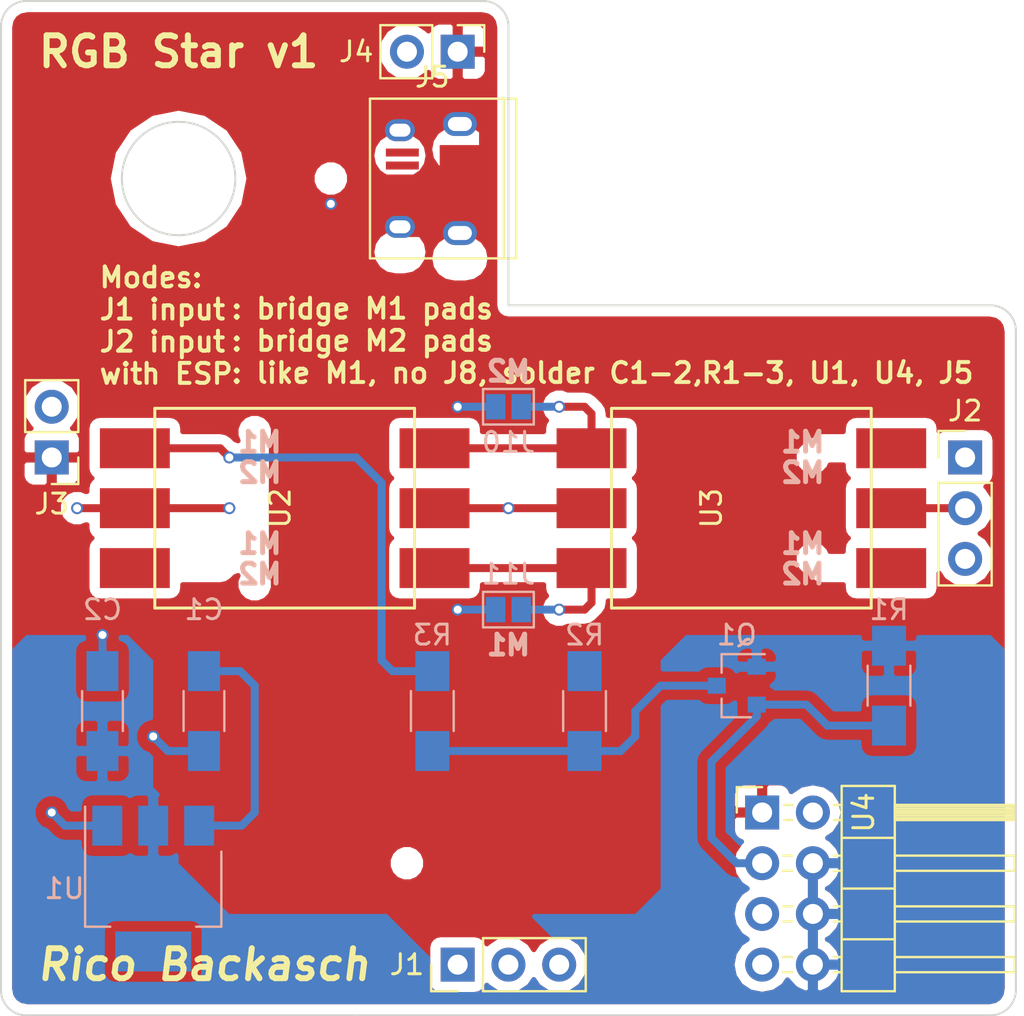
<source format=kicad_pcb>
(kicad_pcb (version 4) (host pcbnew 4.0.7)

  (general
    (links 43)
    (no_connects 15)
    (area 124.409999 48.209999 175.310001 99.110001)
    (thickness 1.6)
    (drawings 28)
    (tracks 73)
    (zones 0)
    (modules 17)
    (nets 13)
  )

  (page A4)
  (layers
    (0 F.Cu signal)
    (31 B.Cu signal)
    (32 B.Adhes user hide)
    (33 F.Adhes user hide)
    (34 B.Paste user hide)
    (35 F.Paste user hide)
    (36 B.SilkS user hide)
    (37 F.SilkS user hide)
    (38 B.Mask user hide)
    (39 F.Mask user hide)
    (40 Dwgs.User user hide)
    (41 Cmts.User user hide)
    (42 Eco1.User user hide)
    (43 Eco2.User user hide)
    (44 Edge.Cuts user)
    (45 Margin user hide)
    (46 B.CrtYd user hide)
    (47 F.CrtYd user hide)
    (48 B.Fab user hide)
    (49 F.Fab user hide)
  )

  (setup
    (last_trace_width 0.4)
    (trace_clearance 0.2)
    (zone_clearance 0.508)
    (zone_45_only no)
    (trace_min 0.4)
    (segment_width 0.2)
    (edge_width 0.1)
    (via_size 0.6)
    (via_drill 0.4)
    (via_min_size 0.4)
    (via_min_drill 0.3)
    (uvia_size 0.3)
    (uvia_drill 0.2)
    (uvias_allowed no)
    (uvia_min_size 0.3)
    (uvia_min_drill 0.1)
    (pcb_text_width 0.3)
    (pcb_text_size 1.5 1.5)
    (mod_edge_width 0.15)
    (mod_text_size 1 1)
    (mod_text_width 0.15)
    (pad_size 1.5 1.5)
    (pad_drill 0.6)
    (pad_to_mask_clearance 0)
    (aux_axis_origin 0 0)
    (grid_origin 147.32 69.85)
    (visible_elements 7FFFFFFF)
    (pcbplotparams
      (layerselection 0x010f0_80000001)
      (usegerberextensions false)
      (excludeedgelayer true)
      (linewidth 0.100000)
      (plotframeref false)
      (viasonmask false)
      (mode 1)
      (useauxorigin false)
      (hpglpennumber 1)
      (hpglpenspeed 20)
      (hpglpendiameter 15)
      (hpglpenoverlay 2)
      (psnegative false)
      (psa4output false)
      (plotreference true)
      (plotvalue true)
      (plotinvisibletext false)
      (padsonsilk false)
      (subtractmaskfromsilk false)
      (outputformat 1)
      (mirror false)
      (drillshape 0)
      (scaleselection 1)
      (outputdirectory gbr/))
  )

  (net 0 "")
  (net 1 +5V)
  (net 2 GND)
  (net 3 +3V3)
  (net 4 "Net-(J5-Pad6)")
  (net 5 DataMC)
  (net 6 "Net-(Q1-Pad3)")
  (net 7 D1in)
  (net 8 D2in)
  (net 9 D1out)
  (net 10 D2out)
  (net 11 "Net-(J10-Pad2)")
  (net 12 "Net-(J11-Pad1)")

  (net_class Default "This is the default net class."
    (clearance 0.2)
    (trace_width 0.4)
    (via_dia 0.6)
    (via_drill 0.4)
    (uvia_dia 0.3)
    (uvia_drill 0.2)
    (add_net +3V3)
    (add_net +5V)
    (add_net D1in)
    (add_net D1out)
    (add_net D2in)
    (add_net D2out)
    (add_net DataMC)
    (add_net GND)
    (add_net "Net-(J10-Pad2)")
    (add_net "Net-(J11-Pad1)")
    (add_net "Net-(J5-Pad6)")
    (add_net "Net-(Q1-Pad3)")
  )

  (module TO_SOT_Packages_SMD:SOT-23 (layer B.Cu) (tedit 59FB1ACD) (tstamp 59FA02D9)
    (at 161.29 82.55 180)
    (descr "SOT-23, Standard")
    (tags SOT-23)
    (path /5A40CF3B)
    (attr smd)
    (fp_text reference Q1 (at 0 2.54 180) (layer B.SilkS)
      (effects (font (size 1 1) (thickness 0.15)) (justify mirror))
    )
    (fp_text value BSS138 (at 1.27 -3.81 450) (layer B.Fab)
      (effects (font (size 1 1) (thickness 0.15)) (justify mirror))
    )
    (fp_text user %R (at 0 0 450) (layer B.Fab)
      (effects (font (size 0.5 0.5) (thickness 0.075)) (justify mirror))
    )
    (fp_line (start -0.7 0.95) (end -0.7 -1.5) (layer B.Fab) (width 0.1))
    (fp_line (start -0.15 1.52) (end 0.7 1.52) (layer B.Fab) (width 0.1))
    (fp_line (start -0.7 0.95) (end -0.15 1.52) (layer B.Fab) (width 0.1))
    (fp_line (start 0.7 1.52) (end 0.7 -1.52) (layer B.Fab) (width 0.1))
    (fp_line (start -0.7 -1.52) (end 0.7 -1.52) (layer B.Fab) (width 0.1))
    (fp_line (start 0.76 -1.58) (end 0.76 -0.65) (layer B.SilkS) (width 0.12))
    (fp_line (start 0.76 1.58) (end 0.76 0.65) (layer B.SilkS) (width 0.12))
    (fp_line (start -1.7 1.75) (end 1.7 1.75) (layer B.CrtYd) (width 0.05))
    (fp_line (start 1.7 1.75) (end 1.7 -1.75) (layer B.CrtYd) (width 0.05))
    (fp_line (start 1.7 -1.75) (end -1.7 -1.75) (layer B.CrtYd) (width 0.05))
    (fp_line (start -1.7 -1.75) (end -1.7 1.75) (layer B.CrtYd) (width 0.05))
    (fp_line (start 0.76 1.58) (end -1.4 1.58) (layer B.SilkS) (width 0.12))
    (fp_line (start 0.76 -1.58) (end -0.7 -1.58) (layer B.SilkS) (width 0.12))
    (pad 1 smd rect (at -1 0.95 180) (size 0.9 0.8) (layers B.Cu B.Paste B.Mask)
      (net 3 +3V3))
    (pad 2 smd rect (at -1 -0.95 180) (size 0.9 0.8) (layers B.Cu B.Paste B.Mask)
      (net 5 DataMC))
    (pad 3 smd rect (at 1 0 180) (size 0.9 0.8) (layers B.Cu B.Paste B.Mask)
      (net 6 "Net-(Q1-Pad3)"))
    (model ${KISYS3DMOD}/TO_SOT_Packages_SMD.3dshapes/SOT-23.wrl
      (at (xyz 0 0 0))
      (scale (xyz 1 1 1))
      (rotate (xyz 0 0 0))
    )
  )

  (module WS2812B:ws2812stri (layer F.Cu) (tedit 59FA2076) (tstamp 59FA0339)
    (at 137.16 73.66)
    (path /59FA0E8C)
    (fp_text reference U2 (at 1.27 0 90) (layer F.SilkS)
      (effects (font (size 1 1) (thickness 0.15)))
    )
    (fp_text value ws2812b_wat (at -1.27 0 90) (layer F.Fab)
      (effects (font (size 1 1) (thickness 0.15)))
    )
    (fp_line (start -5 -5) (end -5 5) (layer F.SilkS) (width 0.15))
    (fp_line (start -5 5) (end 8 5) (layer F.SilkS) (width 0.15))
    (fp_line (start 8 5) (end 8 -5) (layer F.SilkS) (width 0.15))
    (fp_line (start 8 -5) (end -5 -5) (layer F.SilkS) (width 0.15))
    (pad 1 smd rect (at -6 -3) (size 3.5 2) (layers F.Cu F.Paste F.Mask)
      (net 7 D1in))
    (pad 2 smd rect (at -6 0) (size 3.5 2) (layers F.Cu F.Paste F.Mask)
      (net 1 +5V))
    (pad 3 smd rect (at -6 3) (size 3.5 2) (layers F.Cu F.Paste F.Mask)
      (net 8 D2in))
    (pad 4 smd rect (at 9 -3) (size 3.5 2) (layers F.Cu F.Paste F.Mask)
      (net 11 "Net-(J10-Pad2)"))
    (pad 5 smd rect (at 9 0) (size 3.5 2) (layers F.Cu F.Paste F.Mask)
      (net 1 +5V))
    (pad 6 smd rect (at 9 3) (size 3.5 2) (layers F.Cu F.Paste F.Mask)
      (net 12 "Net-(J11-Pad1)"))
  )

  (module WS2812B:ws2812stri (layer F.Cu) (tedit 59FA213A) (tstamp 59FA0343)
    (at 160.02 73.66)
    (path /59FA0F05)
    (fp_text reference U3 (at 0 0 90) (layer F.SilkS)
      (effects (font (size 1 1) (thickness 0.15)))
    )
    (fp_text value ws2812b_wat (at -2.54 0 90) (layer F.Fab)
      (effects (font (size 1 1) (thickness 0.15)))
    )
    (fp_line (start -5 -5) (end -5 5) (layer F.SilkS) (width 0.15))
    (fp_line (start -5 5) (end 8 5) (layer F.SilkS) (width 0.15))
    (fp_line (start 8 5) (end 8 -5) (layer F.SilkS) (width 0.15))
    (fp_line (start 8 -5) (end -5 -5) (layer F.SilkS) (width 0.15))
    (pad 1 smd rect (at -6 -3) (size 3.5 2) (layers F.Cu F.Paste F.Mask)
      (net 11 "Net-(J10-Pad2)"))
    (pad 2 smd rect (at -6 0) (size 3.5 2) (layers F.Cu F.Paste F.Mask)
      (net 1 +5V))
    (pad 3 smd rect (at -6 3) (size 3.5 2) (layers F.Cu F.Paste F.Mask)
      (net 12 "Net-(J11-Pad1)"))
    (pad 4 smd rect (at 9 -3) (size 3.5 2) (layers F.Cu F.Paste F.Mask)
      (net 9 D1out))
    (pad 5 smd rect (at 9 0) (size 3.5 2) (layers F.Cu F.Paste F.Mask)
      (net 1 +5V))
    (pad 6 smd rect (at 9 3) (size 3.5 2) (layers F.Cu F.Paste F.Mask)
      (net 10 D2out))
  )

  (module Connectors:USB_Micro-B_10103594-0001LF (layer F.Cu) (tedit 59FB1B1F) (tstamp 59FA02D2)
    (at 146.05 57.15 90)
    (descr "Micro USB Type B 10103594-0001LF")
    (tags "USB USB_B USB_micro USB_OTG")
    (path /59F862A3)
    (attr smd)
    (fp_text reference J5 (at 5.08 0 360) (layer F.SilkS)
      (effects (font (size 1 1) (thickness 0.15)))
    )
    (fp_text value USB_OTG (at -5.08 0 360) (layer F.Fab)
      (effects (font (size 1 1) (thickness 0.15)))
    )
    (fp_line (start -4.25 -3.4) (end 4.25 -3.4) (layer F.CrtYd) (width 0.05))
    (fp_line (start 4.25 -3.4) (end 4.25 4.45) (layer F.CrtYd) (width 0.05))
    (fp_line (start 4.25 4.45) (end -4.25 4.45) (layer F.CrtYd) (width 0.05))
    (fp_line (start -4.25 4.45) (end -4.25 -3.4) (layer F.CrtYd) (width 0.05))
    (fp_line (start -4 4.2) (end 4 4.2) (layer F.SilkS) (width 0.12))
    (fp_line (start -4 -3.12) (end 4 -3.12) (layer F.SilkS) (width 0.12))
    (fp_line (start 4 -3.12) (end 4 4.2) (layer F.SilkS) (width 0.12))
    (fp_line (start 4 3.58) (end -4 3.58) (layer F.SilkS) (width 0.12))
    (fp_line (start -4 4.2) (end -4 -3.12) (layer F.SilkS) (width 0.12))
    (pad 1 smd rect (at -1.3 -1.5 180) (size 1.65 0.4) (layers F.Cu F.Paste F.Mask)
      (net 1 +5V))
    (pad 2 smd rect (at -0.65 -1.5 180) (size 1.65 0.4) (layers F.Cu F.Paste F.Mask))
    (pad 3 smd rect (at 0 -1.5 180) (size 1.65 0.4) (layers F.Cu F.Paste F.Mask))
    (pad 4 smd rect (at 0.65 -1.5 180) (size 1.65 0.4) (layers F.Cu F.Paste F.Mask))
    (pad 5 smd rect (at 1.3 -1.5 180) (size 1.65 0.4) (layers F.Cu F.Paste F.Mask)
      (net 2 GND))
    (pad 6 thru_hole oval (at -2.42 -1.62 180) (size 1.5 1.1) (drill oval 1.05 0.65) (layers *.Cu *.Mask)
      (net 4 "Net-(J5-Pad6)"))
    (pad 6 thru_hole oval (at 2.42 -1.62 180) (size 1.5 1.1) (drill oval 1.05 0.65) (layers *.Cu *.Mask)
      (net 4 "Net-(J5-Pad6)"))
    (pad 6 thru_hole oval (at -2.73 1.38 180) (size 1.7 1.2) (drill oval 1.2 0.7) (layers *.Cu *.Mask)
      (net 4 "Net-(J5-Pad6)"))
    (pad 6 thru_hole oval (at 2.73 1.38 180) (size 1.7 1.2) (drill oval 1.2 0.7) (layers *.Cu *.Mask)
      (net 4 "Net-(J5-Pad6)"))
    (pad 6 smd rect (at -0.96 1.62 180) (size 2.5 1.43) (layers F.Cu F.Paste F.Mask)
      (net 4 "Net-(J5-Pad6)"))
    (pad 6 smd rect (at 0.96 1.62 180) (size 2.5 1.43) (layers F.Cu F.Paste F.Mask)
      (net 4 "Net-(J5-Pad6)"))
  )

  (module Capacitors_SMD:C_1206_HandSoldering (layer B.Cu) (tedit 59FC84A9) (tstamp 59FA02A3)
    (at 134.62 83.82 270)
    (descr "Capacitor SMD 1206, hand soldering")
    (tags "capacitor 1206")
    (path /59F5E60E)
    (attr smd)
    (fp_text reference C1 (at -5.08 0 360) (layer B.SilkS)
      (effects (font (size 1 1) (thickness 0.15)) (justify mirror))
    )
    (fp_text value 10µF (at 0 -2 270) (layer B.Fab)
      (effects (font (size 1 1) (thickness 0.15)) (justify mirror))
    )
    (fp_text user %R (at 0 1.75 270) (layer B.Fab)
      (effects (font (size 1 1) (thickness 0.15)) (justify mirror))
    )
    (fp_line (start -1.6 -0.8) (end -1.6 0.8) (layer B.Fab) (width 0.1))
    (fp_line (start 1.6 -0.8) (end -1.6 -0.8) (layer B.Fab) (width 0.1))
    (fp_line (start 1.6 0.8) (end 1.6 -0.8) (layer B.Fab) (width 0.1))
    (fp_line (start -1.6 0.8) (end 1.6 0.8) (layer B.Fab) (width 0.1))
    (fp_line (start 1 1.02) (end -1 1.02) (layer B.SilkS) (width 0.12))
    (fp_line (start -1 -1.02) (end 1 -1.02) (layer B.SilkS) (width 0.12))
    (fp_line (start -3.25 1.05) (end 3.25 1.05) (layer B.CrtYd) (width 0.05))
    (fp_line (start -3.25 1.05) (end -3.25 -1.05) (layer B.CrtYd) (width 0.05))
    (fp_line (start 3.25 -1.05) (end 3.25 1.05) (layer B.CrtYd) (width 0.05))
    (fp_line (start 3.25 -1.05) (end -3.25 -1.05) (layer B.CrtYd) (width 0.05))
    (pad 1 smd rect (at -2 0 270) (size 2 1.6) (layers B.Cu B.Paste B.Mask)
      (net 1 +5V))
    (pad 2 smd rect (at 2 0 270) (size 2 1.6) (layers B.Cu B.Paste B.Mask)
      (net 2 GND))
    (model Capacitors_SMD.3dshapes/C_1206.wrl
      (at (xyz 0 0 0))
      (scale (xyz 1 1 1))
      (rotate (xyz 0 0 0))
    )
  )

  (module Capacitors_SMD:C_1206_HandSoldering (layer B.Cu) (tedit 59FB1AE7) (tstamp 59FA02A9)
    (at 129.54 83.82 90)
    (descr "Capacitor SMD 1206, hand soldering")
    (tags "capacitor 1206")
    (path /59F5E677)
    (attr smd)
    (fp_text reference C2 (at 5.08 0 180) (layer B.SilkS)
      (effects (font (size 1 1) (thickness 0.15)) (justify mirror))
    )
    (fp_text value 100nF (at 0 -2 90) (layer B.Fab)
      (effects (font (size 1 1) (thickness 0.15)) (justify mirror))
    )
    (fp_text user %R (at 0 1.75 90) (layer B.Fab)
      (effects (font (size 1 1) (thickness 0.15)) (justify mirror))
    )
    (fp_line (start -1.6 -0.8) (end -1.6 0.8) (layer B.Fab) (width 0.1))
    (fp_line (start 1.6 -0.8) (end -1.6 -0.8) (layer B.Fab) (width 0.1))
    (fp_line (start 1.6 0.8) (end 1.6 -0.8) (layer B.Fab) (width 0.1))
    (fp_line (start -1.6 0.8) (end 1.6 0.8) (layer B.Fab) (width 0.1))
    (fp_line (start 1 1.02) (end -1 1.02) (layer B.SilkS) (width 0.12))
    (fp_line (start -1 -1.02) (end 1 -1.02) (layer B.SilkS) (width 0.12))
    (fp_line (start -3.25 1.05) (end 3.25 1.05) (layer B.CrtYd) (width 0.05))
    (fp_line (start -3.25 1.05) (end -3.25 -1.05) (layer B.CrtYd) (width 0.05))
    (fp_line (start 3.25 -1.05) (end 3.25 1.05) (layer B.CrtYd) (width 0.05))
    (fp_line (start 3.25 -1.05) (end -3.25 -1.05) (layer B.CrtYd) (width 0.05))
    (pad 1 smd rect (at -2 0 90) (size 2 1.6) (layers B.Cu B.Paste B.Mask)
      (net 3 +3V3))
    (pad 2 smd rect (at 2 0 90) (size 2 1.6) (layers B.Cu B.Paste B.Mask)
      (net 2 GND))
    (model Capacitors_SMD.3dshapes/C_1206.wrl
      (at (xyz 0 0 0))
      (scale (xyz 1 1 1))
      (rotate (xyz 0 0 0))
    )
  )

  (module Pin_Headers:Pin_Header_Straight_1x03_Pitch2.54mm (layer F.Cu) (tedit 5A00C113) (tstamp 59FA02B0)
    (at 147.32 96.52 90)
    (descr "Through hole straight pin header, 1x03, 2.54mm pitch, single row")
    (tags "Through hole pin header THT 1x03 2.54mm single row")
    (path /59F9DC6D)
    (fp_text reference J1 (at 0 -2.54 180) (layer F.SilkS)
      (effects (font (size 1 1) (thickness 0.15)))
    )
    (fp_text value In (at 0 7.41 90) (layer F.Fab)
      (effects (font (size 1 1) (thickness 0.15)))
    )
    (fp_line (start -0.635 -1.27) (end 1.27 -1.27) (layer F.Fab) (width 0.1))
    (fp_line (start 1.27 -1.27) (end 1.27 6.35) (layer F.Fab) (width 0.1))
    (fp_line (start 1.27 6.35) (end -1.27 6.35) (layer F.Fab) (width 0.1))
    (fp_line (start -1.27 6.35) (end -1.27 -0.635) (layer F.Fab) (width 0.1))
    (fp_line (start -1.27 -0.635) (end -0.635 -1.27) (layer F.Fab) (width 0.1))
    (fp_line (start -1.33 6.41) (end 1.33 6.41) (layer F.SilkS) (width 0.12))
    (fp_line (start -1.33 1.27) (end -1.33 6.41) (layer F.SilkS) (width 0.12))
    (fp_line (start 1.33 1.27) (end 1.33 6.41) (layer F.SilkS) (width 0.12))
    (fp_line (start -1.33 1.27) (end 1.33 1.27) (layer F.SilkS) (width 0.12))
    (fp_line (start -1.33 0) (end -1.33 -1.33) (layer F.SilkS) (width 0.12))
    (fp_line (start -1.33 -1.33) (end 0 -1.33) (layer F.SilkS) (width 0.12))
    (fp_line (start -1.8 -1.8) (end -1.8 6.85) (layer F.CrtYd) (width 0.05))
    (fp_line (start -1.8 6.85) (end 1.8 6.85) (layer F.CrtYd) (width 0.05))
    (fp_line (start 1.8 6.85) (end 1.8 -1.8) (layer F.CrtYd) (width 0.05))
    (fp_line (start 1.8 -1.8) (end -1.8 -1.8) (layer F.CrtYd) (width 0.05))
    (fp_text user %R (at 0 2.54 180) (layer F.Fab)
      (effects (font (size 1 1) (thickness 0.15)))
    )
    (pad 1 thru_hole rect (at 0 0 90) (size 1.7 1.7) (drill 1) (layers *.Cu *.Mask)
      (net 7 D1in))
    (pad 2 thru_hole oval (at 0 2.54 90) (size 1.7 1.7) (drill 1) (layers *.Cu *.Mask)
      (net 1 +5V))
    (pad 3 thru_hole oval (at 0 5.08 90) (size 1.7 1.7) (drill 1) (layers *.Cu *.Mask)
      (net 8 D2in))
    (model ${KISYS3DMOD}/Pin_Headers.3dshapes/Pin_Header_Straight_1x03_Pitch2.54mm.wrl
      (at (xyz 0 0 0))
      (scale (xyz 1 1 1))
      (rotate (xyz 0 0 0))
    )
  )

  (module Pin_Headers:Pin_Header_Straight_1x03_Pitch2.54mm (layer F.Cu) (tedit 59650532) (tstamp 59FA02B7)
    (at 172.72 71.12)
    (descr "Through hole straight pin header, 1x03, 2.54mm pitch, single row")
    (tags "Through hole pin header THT 1x03 2.54mm single row")
    (path /59F9DCDF)
    (fp_text reference J2 (at 0 -2.33) (layer F.SilkS)
      (effects (font (size 1 1) (thickness 0.15)))
    )
    (fp_text value Out (at 0 7.41) (layer F.Fab)
      (effects (font (size 1 1) (thickness 0.15)))
    )
    (fp_line (start -0.635 -1.27) (end 1.27 -1.27) (layer F.Fab) (width 0.1))
    (fp_line (start 1.27 -1.27) (end 1.27 6.35) (layer F.Fab) (width 0.1))
    (fp_line (start 1.27 6.35) (end -1.27 6.35) (layer F.Fab) (width 0.1))
    (fp_line (start -1.27 6.35) (end -1.27 -0.635) (layer F.Fab) (width 0.1))
    (fp_line (start -1.27 -0.635) (end -0.635 -1.27) (layer F.Fab) (width 0.1))
    (fp_line (start -1.33 6.41) (end 1.33 6.41) (layer F.SilkS) (width 0.12))
    (fp_line (start -1.33 1.27) (end -1.33 6.41) (layer F.SilkS) (width 0.12))
    (fp_line (start 1.33 1.27) (end 1.33 6.41) (layer F.SilkS) (width 0.12))
    (fp_line (start -1.33 1.27) (end 1.33 1.27) (layer F.SilkS) (width 0.12))
    (fp_line (start -1.33 0) (end -1.33 -1.33) (layer F.SilkS) (width 0.12))
    (fp_line (start -1.33 -1.33) (end 0 -1.33) (layer F.SilkS) (width 0.12))
    (fp_line (start -1.8 -1.8) (end -1.8 6.85) (layer F.CrtYd) (width 0.05))
    (fp_line (start -1.8 6.85) (end 1.8 6.85) (layer F.CrtYd) (width 0.05))
    (fp_line (start 1.8 6.85) (end 1.8 -1.8) (layer F.CrtYd) (width 0.05))
    (fp_line (start 1.8 -1.8) (end -1.8 -1.8) (layer F.CrtYd) (width 0.05))
    (fp_text user %R (at 0 2.54 90) (layer F.Fab)
      (effects (font (size 1 1) (thickness 0.15)))
    )
    (pad 1 thru_hole rect (at 0 0) (size 1.7 1.7) (drill 1) (layers *.Cu *.Mask)
      (net 9 D1out))
    (pad 2 thru_hole oval (at 0 2.54) (size 1.7 1.7) (drill 1) (layers *.Cu *.Mask)
      (net 1 +5V))
    (pad 3 thru_hole oval (at 0 5.08) (size 1.7 1.7) (drill 1) (layers *.Cu *.Mask)
      (net 10 D2out))
    (model ${KISYS3DMOD}/Pin_Headers.3dshapes/Pin_Header_Straight_1x03_Pitch2.54mm.wrl
      (at (xyz 0 0 0))
      (scale (xyz 1 1 1))
      (rotate (xyz 0 0 0))
    )
  )

  (module Pin_Headers:Pin_Header_Straight_1x02_Pitch2.54mm (layer F.Cu) (tedit 59650532) (tstamp 59FA02BD)
    (at 127 71.12 180)
    (descr "Through hole straight pin header, 1x02, 2.54mm pitch, single row")
    (tags "Through hole pin header THT 1x02 2.54mm single row")
    (path /59F60F24)
    (fp_text reference J3 (at 0 -2.33 180) (layer F.SilkS)
      (effects (font (size 1 1) (thickness 0.15)))
    )
    (fp_text value pwr1 (at 0 4.87 180) (layer F.Fab)
      (effects (font (size 1 1) (thickness 0.15)))
    )
    (fp_line (start -0.635 -1.27) (end 1.27 -1.27) (layer F.Fab) (width 0.1))
    (fp_line (start 1.27 -1.27) (end 1.27 3.81) (layer F.Fab) (width 0.1))
    (fp_line (start 1.27 3.81) (end -1.27 3.81) (layer F.Fab) (width 0.1))
    (fp_line (start -1.27 3.81) (end -1.27 -0.635) (layer F.Fab) (width 0.1))
    (fp_line (start -1.27 -0.635) (end -0.635 -1.27) (layer F.Fab) (width 0.1))
    (fp_line (start -1.33 3.87) (end 1.33 3.87) (layer F.SilkS) (width 0.12))
    (fp_line (start -1.33 1.27) (end -1.33 3.87) (layer F.SilkS) (width 0.12))
    (fp_line (start 1.33 1.27) (end 1.33 3.87) (layer F.SilkS) (width 0.12))
    (fp_line (start -1.33 1.27) (end 1.33 1.27) (layer F.SilkS) (width 0.12))
    (fp_line (start -1.33 0) (end -1.33 -1.33) (layer F.SilkS) (width 0.12))
    (fp_line (start -1.33 -1.33) (end 0 -1.33) (layer F.SilkS) (width 0.12))
    (fp_line (start -1.8 -1.8) (end -1.8 4.35) (layer F.CrtYd) (width 0.05))
    (fp_line (start -1.8 4.35) (end 1.8 4.35) (layer F.CrtYd) (width 0.05))
    (fp_line (start 1.8 4.35) (end 1.8 -1.8) (layer F.CrtYd) (width 0.05))
    (fp_line (start 1.8 -1.8) (end -1.8 -1.8) (layer F.CrtYd) (width 0.05))
    (fp_text user %R (at 0 1.27 270) (layer F.Fab)
      (effects (font (size 1 1) (thickness 0.15)))
    )
    (pad 1 thru_hole rect (at 0 0 180) (size 1.7 1.7) (drill 1) (layers *.Cu *.Mask)
      (net 2 GND))
    (pad 2 thru_hole oval (at 0 2.54 180) (size 1.7 1.7) (drill 1) (layers *.Cu *.Mask)
      (net 1 +5V))
    (model ${KISYS3DMOD}/Pin_Headers.3dshapes/Pin_Header_Straight_1x02_Pitch2.54mm.wrl
      (at (xyz 0 0 0))
      (scale (xyz 1 1 1))
      (rotate (xyz 0 0 0))
    )
  )

  (module Pin_Headers:Pin_Header_Straight_1x02_Pitch2.54mm (layer F.Cu) (tedit 5A00C0F7) (tstamp 59FA02C3)
    (at 147.32 50.8 270)
    (descr "Through hole straight pin header, 1x02, 2.54mm pitch, single row")
    (tags "Through hole pin header THT 1x02 2.54mm single row")
    (path /59F60FED)
    (fp_text reference J4 (at 0 5.08 360) (layer F.SilkS)
      (effects (font (size 1 1) (thickness 0.15)))
    )
    (fp_text value pwr2 (at 0 6.35 360) (layer F.Fab)
      (effects (font (size 1 1) (thickness 0.15)))
    )
    (fp_line (start -0.635 -1.27) (end 1.27 -1.27) (layer F.Fab) (width 0.1))
    (fp_line (start 1.27 -1.27) (end 1.27 3.81) (layer F.Fab) (width 0.1))
    (fp_line (start 1.27 3.81) (end -1.27 3.81) (layer F.Fab) (width 0.1))
    (fp_line (start -1.27 3.81) (end -1.27 -0.635) (layer F.Fab) (width 0.1))
    (fp_line (start -1.27 -0.635) (end -0.635 -1.27) (layer F.Fab) (width 0.1))
    (fp_line (start -1.33 3.87) (end 1.33 3.87) (layer F.SilkS) (width 0.12))
    (fp_line (start -1.33 1.27) (end -1.33 3.87) (layer F.SilkS) (width 0.12))
    (fp_line (start 1.33 1.27) (end 1.33 3.87) (layer F.SilkS) (width 0.12))
    (fp_line (start -1.33 1.27) (end 1.33 1.27) (layer F.SilkS) (width 0.12))
    (fp_line (start -1.33 0) (end -1.33 -1.33) (layer F.SilkS) (width 0.12))
    (fp_line (start -1.33 -1.33) (end 0 -1.33) (layer F.SilkS) (width 0.12))
    (fp_line (start -1.8 -1.8) (end -1.8 4.35) (layer F.CrtYd) (width 0.05))
    (fp_line (start -1.8 4.35) (end 1.8 4.35) (layer F.CrtYd) (width 0.05))
    (fp_line (start 1.8 4.35) (end 1.8 -1.8) (layer F.CrtYd) (width 0.05))
    (fp_line (start 1.8 -1.8) (end -1.8 -1.8) (layer F.CrtYd) (width 0.05))
    (fp_text user %R (at 0 1.27 360) (layer F.Fab)
      (effects (font (size 1 1) (thickness 0.15)))
    )
    (pad 1 thru_hole rect (at 0 0 270) (size 1.7 1.7) (drill 1) (layers *.Cu *.Mask)
      (net 2 GND))
    (pad 2 thru_hole oval (at 0 2.54 270) (size 1.7 1.7) (drill 1) (layers *.Cu *.Mask)
      (net 1 +5V))
    (model ${KISYS3DMOD}/Pin_Headers.3dshapes/Pin_Header_Straight_1x02_Pitch2.54mm.wrl
      (at (xyz 0 0 0))
      (scale (xyz 1 1 1))
      (rotate (xyz 0 0 0))
    )
  )

  (module Resistors_SMD:R_1206_HandSoldering (layer B.Cu) (tedit 59FB0597) (tstamp 59FA02DF)
    (at 168.91 82.55 270)
    (descr "Resistor SMD 1206, hand soldering")
    (tags "resistor 1206")
    (path /59F8A22D)
    (attr smd)
    (fp_text reference R1 (at -3.81 0 360) (layer B.SilkS)
      (effects (font (size 1 1) (thickness 0.15)) (justify mirror))
    )
    (fp_text value 4,7k (at 3.81 0 360) (layer B.Fab)
      (effects (font (size 1 1) (thickness 0.15)) (justify mirror))
    )
    (fp_text user %R (at 0 0 360) (layer B.Fab)
      (effects (font (size 0.7 0.7) (thickness 0.105)) (justify mirror))
    )
    (fp_line (start -1.6 -0.8) (end -1.6 0.8) (layer B.Fab) (width 0.1))
    (fp_line (start 1.6 -0.8) (end -1.6 -0.8) (layer B.Fab) (width 0.1))
    (fp_line (start 1.6 0.8) (end 1.6 -0.8) (layer B.Fab) (width 0.1))
    (fp_line (start -1.6 0.8) (end 1.6 0.8) (layer B.Fab) (width 0.1))
    (fp_line (start 1 -1.07) (end -1 -1.07) (layer B.SilkS) (width 0.12))
    (fp_line (start -1 1.07) (end 1 1.07) (layer B.SilkS) (width 0.12))
    (fp_line (start -3.25 1.11) (end 3.25 1.11) (layer B.CrtYd) (width 0.05))
    (fp_line (start -3.25 1.11) (end -3.25 -1.1) (layer B.CrtYd) (width 0.05))
    (fp_line (start 3.25 -1.1) (end 3.25 1.11) (layer B.CrtYd) (width 0.05))
    (fp_line (start 3.25 -1.1) (end -3.25 -1.1) (layer B.CrtYd) (width 0.05))
    (pad 1 smd rect (at -2 0 270) (size 2 1.7) (layers B.Cu B.Paste B.Mask)
      (net 3 +3V3))
    (pad 2 smd rect (at 2 0 270) (size 2 1.7) (layers B.Cu B.Paste B.Mask)
      (net 5 DataMC))
    (model ${KISYS3DMOD}/Resistors_SMD.3dshapes/R_1206.wrl
      (at (xyz 0 0 0))
      (scale (xyz 1 1 1))
      (rotate (xyz 0 0 0))
    )
  )

  (module Resistors_SMD:R_1206_HandSoldering (layer B.Cu) (tedit 59FA1FB3) (tstamp 59FA02E5)
    (at 153.67 83.82 270)
    (descr "Resistor SMD 1206, hand soldering")
    (tags "resistor 1206")
    (path /59F8A271)
    (attr smd)
    (fp_text reference R2 (at -3.81 0 360) (layer B.SilkS)
      (effects (font (size 1 1) (thickness 0.15)) (justify mirror))
    )
    (fp_text value 4,7k (at 3.81 0 360) (layer B.Fab)
      (effects (font (size 1 1) (thickness 0.15)) (justify mirror))
    )
    (fp_text user %R (at 0 0 270) (layer B.Fab)
      (effects (font (size 0.7 0.7) (thickness 0.105)) (justify mirror))
    )
    (fp_line (start -1.6 -0.8) (end -1.6 0.8) (layer B.Fab) (width 0.1))
    (fp_line (start 1.6 -0.8) (end -1.6 -0.8) (layer B.Fab) (width 0.1))
    (fp_line (start 1.6 0.8) (end 1.6 -0.8) (layer B.Fab) (width 0.1))
    (fp_line (start -1.6 0.8) (end 1.6 0.8) (layer B.Fab) (width 0.1))
    (fp_line (start 1 -1.07) (end -1 -1.07) (layer B.SilkS) (width 0.12))
    (fp_line (start -1 1.07) (end 1 1.07) (layer B.SilkS) (width 0.12))
    (fp_line (start -3.25 1.11) (end 3.25 1.11) (layer B.CrtYd) (width 0.05))
    (fp_line (start -3.25 1.11) (end -3.25 -1.1) (layer B.CrtYd) (width 0.05))
    (fp_line (start 3.25 -1.1) (end 3.25 1.11) (layer B.CrtYd) (width 0.05))
    (fp_line (start 3.25 -1.1) (end -3.25 -1.1) (layer B.CrtYd) (width 0.05))
    (pad 1 smd rect (at -2 0 270) (size 2 1.7) (layers B.Cu B.Paste B.Mask)
      (net 1 +5V))
    (pad 2 smd rect (at 2 0 270) (size 2 1.7) (layers B.Cu B.Paste B.Mask)
      (net 6 "Net-(Q1-Pad3)"))
    (model ${KISYS3DMOD}/Resistors_SMD.3dshapes/R_1206.wrl
      (at (xyz 0 0 0))
      (scale (xyz 1 1 1))
      (rotate (xyz 0 0 0))
    )
  )

  (module Resistors_SMD:R_1206_HandSoldering (layer B.Cu) (tedit 59FA1FC0) (tstamp 59FA02EB)
    (at 146.05 83.82 270)
    (descr "Resistor SMD 1206, hand soldering")
    (tags "resistor 1206")
    (path /59F5E95C)
    (attr smd)
    (fp_text reference R3 (at -3.81 0 360) (layer B.SilkS)
      (effects (font (size 1 1) (thickness 0.15)) (justify mirror))
    )
    (fp_text value 300 (at 3.81 0 360) (layer B.Fab)
      (effects (font (size 1 1) (thickness 0.15)) (justify mirror))
    )
    (fp_text user %R (at 0 0 270) (layer B.Fab)
      (effects (font (size 0.7 0.7) (thickness 0.105)) (justify mirror))
    )
    (fp_line (start -1.6 -0.8) (end -1.6 0.8) (layer B.Fab) (width 0.1))
    (fp_line (start 1.6 -0.8) (end -1.6 -0.8) (layer B.Fab) (width 0.1))
    (fp_line (start 1.6 0.8) (end 1.6 -0.8) (layer B.Fab) (width 0.1))
    (fp_line (start -1.6 0.8) (end 1.6 0.8) (layer B.Fab) (width 0.1))
    (fp_line (start 1 -1.07) (end -1 -1.07) (layer B.SilkS) (width 0.12))
    (fp_line (start -1 1.07) (end 1 1.07) (layer B.SilkS) (width 0.12))
    (fp_line (start -3.25 1.11) (end 3.25 1.11) (layer B.CrtYd) (width 0.05))
    (fp_line (start -3.25 1.11) (end -3.25 -1.1) (layer B.CrtYd) (width 0.05))
    (fp_line (start 3.25 -1.1) (end 3.25 1.11) (layer B.CrtYd) (width 0.05))
    (fp_line (start 3.25 -1.1) (end -3.25 -1.1) (layer B.CrtYd) (width 0.05))
    (pad 1 smd rect (at -2 0 270) (size 2 1.7) (layers B.Cu B.Paste B.Mask)
      (net 7 D1in))
    (pad 2 smd rect (at 2 0 270) (size 2 1.7) (layers B.Cu B.Paste B.Mask)
      (net 6 "Net-(Q1-Pad3)"))
    (model ${KISYS3DMOD}/Resistors_SMD.3dshapes/R_1206.wrl
      (at (xyz 0 0 0))
      (scale (xyz 1 1 1))
      (rotate (xyz 0 0 0))
    )
  )

  (module TO_SOT_Packages_SMD:SOT-223 (layer B.Cu) (tedit 59FB1AFA) (tstamp 59FA032F)
    (at 132.08 92.71 270)
    (descr "module CMS SOT223 4 pins")
    (tags "CMS SOT")
    (path /5A40CC53)
    (attr smd)
    (fp_text reference U1 (at 0 4.445 360) (layer B.SilkS)
      (effects (font (size 1 1) (thickness 0.15)) (justify mirror))
    )
    (fp_text value LD1117S33TR_SOT223 (at 0 -4.5 270) (layer B.Fab)
      (effects (font (size 1 1) (thickness 0.15)) (justify mirror))
    )
    (fp_text user %R (at 0 0 540) (layer B.Fab)
      (effects (font (size 0.8 0.8) (thickness 0.12)) (justify mirror))
    )
    (fp_line (start -1.85 2.3) (end -0.8 3.35) (layer B.Fab) (width 0.1))
    (fp_line (start 1.91 -3.41) (end 1.91 -2.15) (layer B.SilkS) (width 0.12))
    (fp_line (start 1.91 3.41) (end 1.91 2.15) (layer B.SilkS) (width 0.12))
    (fp_line (start 4.4 3.6) (end -4.4 3.6) (layer B.CrtYd) (width 0.05))
    (fp_line (start 4.4 -3.6) (end 4.4 3.6) (layer B.CrtYd) (width 0.05))
    (fp_line (start -4.4 -3.6) (end 4.4 -3.6) (layer B.CrtYd) (width 0.05))
    (fp_line (start -4.4 3.6) (end -4.4 -3.6) (layer B.CrtYd) (width 0.05))
    (fp_line (start -1.85 2.3) (end -1.85 -3.35) (layer B.Fab) (width 0.1))
    (fp_line (start -1.85 -3.41) (end 1.91 -3.41) (layer B.SilkS) (width 0.12))
    (fp_line (start -0.8 3.35) (end 1.85 3.35) (layer B.Fab) (width 0.1))
    (fp_line (start -4.1 3.41) (end 1.91 3.41) (layer B.SilkS) (width 0.12))
    (fp_line (start -1.85 -3.35) (end 1.85 -3.35) (layer B.Fab) (width 0.1))
    (fp_line (start 1.85 3.35) (end 1.85 -3.35) (layer B.Fab) (width 0.1))
    (pad 4 smd rect (at 3.15 0 270) (size 2 3.8) (layers B.Cu B.Paste B.Mask))
    (pad 2 smd rect (at -3.15 0 270) (size 2 1.5) (layers B.Cu B.Paste B.Mask)
      (net 3 +3V3))
    (pad 3 smd rect (at -3.15 -2.3 270) (size 2 1.5) (layers B.Cu B.Paste B.Mask)
      (net 1 +5V))
    (pad 1 smd rect (at -3.15 2.3 270) (size 2 1.5) (layers B.Cu B.Paste B.Mask)
      (net 2 GND))
    (model ${KISYS3DMOD}/TO_SOT_Packages_SMD.3dshapes/SOT-223.wrl
      (at (xyz 0 0 0))
      (scale (xyz 1 1 1))
      (rotate (xyz 0 0 0))
    )
  )

  (module Pin_Headers:Pin_Header_Angled_2x04_Pitch2.54mm (layer F.Cu) (tedit 59FA1F47) (tstamp 59FA034F)
    (at 162.56 88.9)
    (descr "Through hole angled pin header, 2x04, 2.54mm pitch, 6mm pin length, double rows")
    (tags "Through hole angled pin header THT 2x04 2.54mm double row")
    (path /59F89015)
    (fp_text reference U4 (at 5.08 0 90) (layer F.SilkS)
      (effects (font (size 1 1) (thickness 0.15)))
    )
    (fp_text value ESP01 (at 5.08 3.81 90) (layer F.Fab)
      (effects (font (size 1 1) (thickness 0.15)))
    )
    (fp_line (start 4.675 -1.27) (end 6.58 -1.27) (layer F.Fab) (width 0.1))
    (fp_line (start 6.58 -1.27) (end 6.58 8.89) (layer F.Fab) (width 0.1))
    (fp_line (start 6.58 8.89) (end 4.04 8.89) (layer F.Fab) (width 0.1))
    (fp_line (start 4.04 8.89) (end 4.04 -0.635) (layer F.Fab) (width 0.1))
    (fp_line (start 4.04 -0.635) (end 4.675 -1.27) (layer F.Fab) (width 0.1))
    (fp_line (start -0.32 -0.32) (end 4.04 -0.32) (layer F.Fab) (width 0.1))
    (fp_line (start -0.32 -0.32) (end -0.32 0.32) (layer F.Fab) (width 0.1))
    (fp_line (start -0.32 0.32) (end 4.04 0.32) (layer F.Fab) (width 0.1))
    (fp_line (start 6.58 -0.32) (end 12.58 -0.32) (layer F.Fab) (width 0.1))
    (fp_line (start 12.58 -0.32) (end 12.58 0.32) (layer F.Fab) (width 0.1))
    (fp_line (start 6.58 0.32) (end 12.58 0.32) (layer F.Fab) (width 0.1))
    (fp_line (start -0.32 2.22) (end 4.04 2.22) (layer F.Fab) (width 0.1))
    (fp_line (start -0.32 2.22) (end -0.32 2.86) (layer F.Fab) (width 0.1))
    (fp_line (start -0.32 2.86) (end 4.04 2.86) (layer F.Fab) (width 0.1))
    (fp_line (start 6.58 2.22) (end 12.58 2.22) (layer F.Fab) (width 0.1))
    (fp_line (start 12.58 2.22) (end 12.58 2.86) (layer F.Fab) (width 0.1))
    (fp_line (start 6.58 2.86) (end 12.58 2.86) (layer F.Fab) (width 0.1))
    (fp_line (start -0.32 4.76) (end 4.04 4.76) (layer F.Fab) (width 0.1))
    (fp_line (start -0.32 4.76) (end -0.32 5.4) (layer F.Fab) (width 0.1))
    (fp_line (start -0.32 5.4) (end 4.04 5.4) (layer F.Fab) (width 0.1))
    (fp_line (start 6.58 4.76) (end 12.58 4.76) (layer F.Fab) (width 0.1))
    (fp_line (start 12.58 4.76) (end 12.58 5.4) (layer F.Fab) (width 0.1))
    (fp_line (start 6.58 5.4) (end 12.58 5.4) (layer F.Fab) (width 0.1))
    (fp_line (start -0.32 7.3) (end 4.04 7.3) (layer F.Fab) (width 0.1))
    (fp_line (start -0.32 7.3) (end -0.32 7.94) (layer F.Fab) (width 0.1))
    (fp_line (start -0.32 7.94) (end 4.04 7.94) (layer F.Fab) (width 0.1))
    (fp_line (start 6.58 7.3) (end 12.58 7.3) (layer F.Fab) (width 0.1))
    (fp_line (start 12.58 7.3) (end 12.58 7.94) (layer F.Fab) (width 0.1))
    (fp_line (start 6.58 7.94) (end 12.58 7.94) (layer F.Fab) (width 0.1))
    (fp_line (start 3.98 -1.33) (end 3.98 8.95) (layer F.SilkS) (width 0.12))
    (fp_line (start 3.98 8.95) (end 6.64 8.95) (layer F.SilkS) (width 0.12))
    (fp_line (start 6.64 8.95) (end 6.64 -1.33) (layer F.SilkS) (width 0.12))
    (fp_line (start 6.64 -1.33) (end 3.98 -1.33) (layer F.SilkS) (width 0.12))
    (fp_line (start 6.64 -0.38) (end 12.64 -0.38) (layer F.SilkS) (width 0.12))
    (fp_line (start 12.64 -0.38) (end 12.64 0.38) (layer F.SilkS) (width 0.12))
    (fp_line (start 12.64 0.38) (end 6.64 0.38) (layer F.SilkS) (width 0.12))
    (fp_line (start 6.64 -0.32) (end 12.64 -0.32) (layer F.SilkS) (width 0.12))
    (fp_line (start 6.64 -0.2) (end 12.64 -0.2) (layer F.SilkS) (width 0.12))
    (fp_line (start 6.64 -0.08) (end 12.64 -0.08) (layer F.SilkS) (width 0.12))
    (fp_line (start 6.64 0.04) (end 12.64 0.04) (layer F.SilkS) (width 0.12))
    (fp_line (start 6.64 0.16) (end 12.64 0.16) (layer F.SilkS) (width 0.12))
    (fp_line (start 6.64 0.28) (end 12.64 0.28) (layer F.SilkS) (width 0.12))
    (fp_line (start 3.582929 -0.38) (end 3.98 -0.38) (layer F.SilkS) (width 0.12))
    (fp_line (start 3.582929 0.38) (end 3.98 0.38) (layer F.SilkS) (width 0.12))
    (fp_line (start 1.11 -0.38) (end 1.497071 -0.38) (layer F.SilkS) (width 0.12))
    (fp_line (start 1.11 0.38) (end 1.497071 0.38) (layer F.SilkS) (width 0.12))
    (fp_line (start 3.98 1.27) (end 6.64 1.27) (layer F.SilkS) (width 0.12))
    (fp_line (start 6.64 2.16) (end 12.64 2.16) (layer F.SilkS) (width 0.12))
    (fp_line (start 12.64 2.16) (end 12.64 2.92) (layer F.SilkS) (width 0.12))
    (fp_line (start 12.64 2.92) (end 6.64 2.92) (layer F.SilkS) (width 0.12))
    (fp_line (start 3.582929 2.16) (end 3.98 2.16) (layer F.SilkS) (width 0.12))
    (fp_line (start 3.582929 2.92) (end 3.98 2.92) (layer F.SilkS) (width 0.12))
    (fp_line (start 1.042929 2.16) (end 1.497071 2.16) (layer F.SilkS) (width 0.12))
    (fp_line (start 1.042929 2.92) (end 1.497071 2.92) (layer F.SilkS) (width 0.12))
    (fp_line (start 3.98 3.81) (end 6.64 3.81) (layer F.SilkS) (width 0.12))
    (fp_line (start 6.64 4.7) (end 12.64 4.7) (layer F.SilkS) (width 0.12))
    (fp_line (start 12.64 4.7) (end 12.64 5.46) (layer F.SilkS) (width 0.12))
    (fp_line (start 12.64 5.46) (end 6.64 5.46) (layer F.SilkS) (width 0.12))
    (fp_line (start 3.582929 4.7) (end 3.98 4.7) (layer F.SilkS) (width 0.12))
    (fp_line (start 3.582929 5.46) (end 3.98 5.46) (layer F.SilkS) (width 0.12))
    (fp_line (start 1.042929 4.7) (end 1.497071 4.7) (layer F.SilkS) (width 0.12))
    (fp_line (start 1.042929 5.46) (end 1.497071 5.46) (layer F.SilkS) (width 0.12))
    (fp_line (start 3.98 6.35) (end 6.64 6.35) (layer F.SilkS) (width 0.12))
    (fp_line (start 6.64 7.24) (end 12.64 7.24) (layer F.SilkS) (width 0.12))
    (fp_line (start 12.64 7.24) (end 12.64 8) (layer F.SilkS) (width 0.12))
    (fp_line (start 12.64 8) (end 6.64 8) (layer F.SilkS) (width 0.12))
    (fp_line (start 3.582929 7.24) (end 3.98 7.24) (layer F.SilkS) (width 0.12))
    (fp_line (start 3.582929 8) (end 3.98 8) (layer F.SilkS) (width 0.12))
    (fp_line (start 1.042929 7.24) (end 1.497071 7.24) (layer F.SilkS) (width 0.12))
    (fp_line (start 1.042929 8) (end 1.497071 8) (layer F.SilkS) (width 0.12))
    (fp_line (start -1.27 0) (end -1.27 -1.27) (layer F.SilkS) (width 0.12))
    (fp_line (start -1.27 -1.27) (end 0 -1.27) (layer F.SilkS) (width 0.12))
    (fp_line (start -1.8 -1.8) (end -1.8 9.4) (layer F.CrtYd) (width 0.05))
    (fp_line (start -1.8 9.4) (end 13.1 9.4) (layer F.CrtYd) (width 0.05))
    (fp_line (start 13.1 9.4) (end 13.1 -1.8) (layer F.CrtYd) (width 0.05))
    (fp_line (start 13.1 -1.8) (end -1.8 -1.8) (layer F.CrtYd) (width 0.05))
    (fp_text user %R (at 5.31 3.81 90) (layer F.Fab)
      (effects (font (size 1 1) (thickness 0.15)))
    )
    (pad 1 thru_hole rect (at 0 0) (size 1.7 1.7) (drill 1) (layers *.Cu *.Mask)
      (net 2 GND))
    (pad 2 thru_hole oval (at 2.54 0) (size 1.7 1.7) (drill 1) (layers *.Cu *.Mask))
    (pad 3 thru_hole oval (at 0 2.54) (size 1.7 1.7) (drill 1) (layers *.Cu *.Mask)
      (net 5 DataMC))
    (pad 4 thru_hole oval (at 2.54 2.54) (size 1.7 1.7) (drill 1) (layers *.Cu *.Mask)
      (net 3 +3V3))
    (pad 5 thru_hole oval (at 0 5.08) (size 1.7 1.7) (drill 1) (layers *.Cu *.Mask))
    (pad 6 thru_hole oval (at 2.54 5.08) (size 1.7 1.7) (drill 1) (layers *.Cu *.Mask)
      (net 3 +3V3))
    (pad 7 thru_hole oval (at 0 7.62) (size 1.7 1.7) (drill 1) (layers *.Cu *.Mask))
    (pad 8 thru_hole oval (at 2.54 7.62) (size 1.7 1.7) (drill 1) (layers *.Cu *.Mask)
      (net 3 +3V3))
    (model ${KISYS3DMOD}/Pin_Headers.3dshapes/Pin_Header_Angled_2x04_Pitch2.54mm.wrl
      (at (xyz 0 0 0))
      (scale (xyz 1 1 1))
      (rotate (xyz 0 0 0))
    )
  )

  (module Connect:GS2 (layer B.Cu) (tedit 586134A1) (tstamp 59FB05A3)
    (at 149.86 68.58 270)
    (descr "2-pin solder bridge")
    (tags "solder bridge")
    (path /59FB0116)
    (attr smd)
    (fp_text reference J10 (at 1.78 0 540) (layer B.SilkS)
      (effects (font (size 1 1) (thickness 0.15)) (justify mirror))
    )
    (fp_text value GS2 (at -1.8 0 540) (layer B.Fab)
      (effects (font (size 1 1) (thickness 0.15)) (justify mirror))
    )
    (fp_line (start 1.1 1.45) (end 1.1 -1.5) (layer B.CrtYd) (width 0.05))
    (fp_line (start 1.1 -1.5) (end -1.1 -1.5) (layer B.CrtYd) (width 0.05))
    (fp_line (start -1.1 -1.5) (end -1.1 1.45) (layer B.CrtYd) (width 0.05))
    (fp_line (start -1.1 1.45) (end 1.1 1.45) (layer B.CrtYd) (width 0.05))
    (fp_line (start -0.89 1.27) (end -0.89 -1.27) (layer B.SilkS) (width 0.12))
    (fp_line (start 0.89 -1.27) (end 0.89 1.27) (layer B.SilkS) (width 0.12))
    (fp_line (start 0.89 -1.27) (end -0.89 -1.27) (layer B.SilkS) (width 0.12))
    (fp_line (start -0.89 1.27) (end 0.89 1.27) (layer B.SilkS) (width 0.12))
    (pad 1 smd rect (at 0 0.64 270) (size 1.27 0.97) (layers B.Cu B.Paste B.Mask)
      (net 2 GND))
    (pad 2 smd rect (at 0 -0.64 270) (size 1.27 0.97) (layers B.Cu B.Paste B.Mask)
      (net 11 "Net-(J10-Pad2)"))
  )

  (module Connect:GS2 (layer B.Cu) (tedit 586134A1) (tstamp 59FB05A9)
    (at 149.86 78.74 90)
    (descr "2-pin solder bridge")
    (tags "solder bridge")
    (path /59FB01BB)
    (attr smd)
    (fp_text reference J11 (at 1.78 0 360) (layer B.SilkS)
      (effects (font (size 1 1) (thickness 0.15)) (justify mirror))
    )
    (fp_text value GS2 (at -1.8 0 360) (layer B.Fab)
      (effects (font (size 1 1) (thickness 0.15)) (justify mirror))
    )
    (fp_line (start 1.1 1.45) (end 1.1 -1.5) (layer B.CrtYd) (width 0.05))
    (fp_line (start 1.1 -1.5) (end -1.1 -1.5) (layer B.CrtYd) (width 0.05))
    (fp_line (start -1.1 -1.5) (end -1.1 1.45) (layer B.CrtYd) (width 0.05))
    (fp_line (start -1.1 1.45) (end 1.1 1.45) (layer B.CrtYd) (width 0.05))
    (fp_line (start -0.89 1.27) (end -0.89 -1.27) (layer B.SilkS) (width 0.12))
    (fp_line (start 0.89 -1.27) (end 0.89 1.27) (layer B.SilkS) (width 0.12))
    (fp_line (start 0.89 -1.27) (end -0.89 -1.27) (layer B.SilkS) (width 0.12))
    (fp_line (start -0.89 1.27) (end 0.89 1.27) (layer B.SilkS) (width 0.12))
    (pad 1 smd rect (at 0 0.64 90) (size 1.27 0.97) (layers B.Cu B.Paste B.Mask)
      (net 12 "Net-(J11-Pad1)"))
    (pad 2 smd rect (at 0 -0.64 90) (size 1.27 0.97) (layers B.Cu B.Paste B.Mask)
      (net 2 GND))
  )

  (gr_text "\n: bridge M1 pads\n: bridge M2 pads\n: like M1, no J8, solder C1-2,R1-3, U1, U4, J5\n\n" (at 135.89 65.278) (layer F.SilkS)
    (effects (font (size 1 1) (thickness 0.2)) (justify left))
  )
  (gr_text M2 (at 149.86 66.802) (layer B.SilkS)
    (effects (font (size 1 1) (thickness 0.25)) (justify mirror))
  )
  (gr_text M1 (at 149.86 80.518) (layer B.SilkS)
    (effects (font (size 1 1) (thickness 0.25)) (justify mirror))
  )
  (gr_text M1 (at 164.592 75.438) (layer B.SilkS)
    (effects (font (size 1 1) (thickness 0.25)) (justify mirror))
  )
  (gr_text M2 (at 164.592 76.962) (layer B.SilkS)
    (effects (font (size 1 1) (thickness 0.25)) (justify mirror))
  )
  (gr_text M2 (at 164.592 71.882) (layer B.SilkS)
    (effects (font (size 1 1) (thickness 0.25)) (justify mirror))
  )
  (gr_text M1 (at 137.414 75.438) (layer B.SilkS)
    (effects (font (size 1 1) (thickness 0.25)) (justify mirror))
  )
  (gr_text M2 (at 137.414 71.882) (layer B.SilkS)
    (effects (font (size 1 1) (thickness 0.25)) (justify mirror))
  )
  (gr_text M1 (at 137.414 70.358) (layer B.SilkS)
    (effects (font (size 1 1) (thickness 0.25)) (justify mirror))
  )
  (gr_text M2 (at 137.414 76.962) (layer B.SilkS)
    (effects (font (size 1 1) (thickness 0.25)) (justify mirror))
  )
  (gr_text M1 (at 164.592 70.358) (layer B.SilkS)
    (effects (font (size 1 1) (thickness 0.25)) (justify mirror))
  )
  (gr_text "Modes:\nJ1 input\nJ2 input\nwith ESP" (at 129.286 64.516) (layer F.SilkS)
    (effects (font (size 1 1) (thickness 0.2)) (justify left))
  )
  (gr_text "RGB Star v1" (at 133.35 50.8) (layer F.SilkS)
    (effects (font (size 1.5 1.5) (thickness 0.3)))
  )
  (gr_text "Rico Backasch" (at 134.62 96.52) (layer F.SilkS)
    (effects (font (size 1.5 1.5) (thickness 0.3) italic))
  )
  (gr_circle (center 133.35 57.15) (end 134.62 59.69) (layer Edge.Cuts) (width 0.1))
  (gr_line (start 173.99 99.06) (end 142.24 99.06) (angle 90) (layer Edge.Cuts) (width 0.1))
  (gr_line (start 175.26 97.79) (end 175.26 73.66) (angle 90) (layer Edge.Cuts) (width 0.1))
  (gr_arc (start 173.99 97.79) (end 175.26 97.79) (angle 90) (layer Edge.Cuts) (width 0.1))
  (gr_line (start 175.26 64.77) (end 175.26 73.66) (angle 90) (layer Edge.Cuts) (width 0.1))
  (gr_line (start 173.99 63.5) (end 149.86 63.5) (angle 90) (layer Edge.Cuts) (width 0.1))
  (gr_arc (start 173.99 64.77) (end 173.99 63.5) (angle 90) (layer Edge.Cuts) (width 0.1))
  (gr_line (start 149.86 49.53) (end 149.86 63.5) (angle 90) (layer Edge.Cuts) (width 0.1))
  (gr_arc (start 148.59 49.53) (end 148.59 48.26) (angle 90) (layer Edge.Cuts) (width 0.1))
  (gr_line (start 125.73 48.26) (end 148.59 48.26) (angle 90) (layer Edge.Cuts) (width 0.1))
  (gr_arc (start 125.73 49.53) (end 124.46 49.53) (angle 90) (layer Edge.Cuts) (width 0.1))
  (gr_line (start 124.46 97.79) (end 124.46 49.53) (angle 90) (layer Edge.Cuts) (width 0.1))
  (gr_line (start 125.73 99.06) (end 142.24 99.06) (angle 90) (layer Edge.Cuts) (width 0.1))
  (gr_arc (start 125.73 97.79) (end 125.73 99.06) (angle 90) (layer Edge.Cuts) (width 0.1))

  (segment (start 144.55 58.45) (end 141 58.45) (width 0.4) (layer F.Cu) (net 1))
  (via (at 140.97 58.42) (size 0.6) (drill 0.4) (layers F.Cu B.Cu) (net 1))
  (segment (start 141 58.45) (end 140.97 58.42) (width 0.4) (layer F.Cu) (net 1) (tstamp 5A410357))
  (segment (start 131.16 73.66) (end 135.89 73.66) (width 0.4) (layer F.Cu) (net 1))
  (via (at 135.89 73.66) (size 0.6) (drill 0.4) (layers F.Cu B.Cu) (net 1))
  (segment (start 134.38 89.56) (end 136.5 89.56) (width 0.4) (layer B.Cu) (net 1))
  (segment (start 136.43 81.82) (end 134.62 81.82) (width 0.4) (layer B.Cu) (net 1) (tstamp 59FC5E2E))
  (segment (start 137.16 82.55) (end 136.43 81.82) (width 0.4) (layer B.Cu) (net 1) (tstamp 59FC5E2D))
  (segment (start 137.16 88.9) (end 137.16 82.55) (width 0.4) (layer B.Cu) (net 1) (tstamp 59FC5E2C))
  (segment (start 136.5 89.56) (end 137.16 88.9) (width 0.4) (layer B.Cu) (net 1) (tstamp 59FC5E2A))
  (segment (start 131.16 73.66) (end 128.27 73.66) (width 0.4) (layer F.Cu) (net 1))
  (via (at 128.27 73.66) (size 0.6) (drill 0.4) (layers F.Cu B.Cu) (net 1))
  (via (at 149.86 73.66) (size 0.6) (drill 0.4) (layers F.Cu B.Cu) (net 1))
  (segment (start 146.16 73.66) (end 149.86 73.66) (width 0.4) (layer F.Cu) (net 1))
  (segment (start 149.86 73.66) (end 154.02 73.66) (width 0.4) (layer F.Cu) (net 1) (tstamp 59FC4366))
  (segment (start 169.02 73.66) (end 172.72 73.66) (width 0.4) (layer F.Cu) (net 1))
  (segment (start 134.62 85.82) (end 132.81 85.82) (width 0.4) (layer B.Cu) (net 2))
  (via (at 132.08 85.09) (size 0.6) (drill 0.4) (layers F.Cu B.Cu) (net 2))
  (segment (start 132.81 85.82) (end 132.08 85.09) (width 0.4) (layer B.Cu) (net 2) (tstamp 59FC5DF1))
  (segment (start 129.54 81.82) (end 129.54 80.01) (width 0.4) (layer B.Cu) (net 2))
  (via (at 129.54 80.01) (size 0.6) (drill 0.4) (layers F.Cu B.Cu) (net 2))
  (segment (start 149.22 78.74) (end 147.32 78.74) (width 0.4) (layer B.Cu) (net 2))
  (via (at 147.32 78.74) (size 0.6) (drill 0.4) (layers F.Cu B.Cu) (net 2))
  (segment (start 149.22 68.58) (end 147.32 68.58) (width 0.4) (layer B.Cu) (net 2))
  (via (at 147.32 68.58) (size 0.6) (drill 0.4) (layers F.Cu B.Cu) (net 2))
  (segment (start 129.78 89.56) (end 127.66 89.56) (width 0.4) (layer B.Cu) (net 2) (status 10))
  (via (at 127 88.9) (size 0.6) (drill 0.4) (layers F.Cu B.Cu) (net 2))
  (segment (start 127.66 89.56) (end 127 88.9) (width 0.4) (layer B.Cu) (net 2) (tstamp 59FB904B))
  (segment (start 147.43 59.88) (end 148.4 59.88) (width 0.4) (layer F.Cu) (net 4))
  (segment (start 148.4 54.42) (end 147.43 54.42) (width 0.4) (layer F.Cu) (net 4) (tstamp 5A410350))
  (segment (start 148.59 54.61) (end 148.4 54.42) (width 0.4) (layer F.Cu) (net 4) (tstamp 5A41034D))
  (segment (start 148.59 59.69) (end 148.59 54.61) (width 0.4) (layer F.Cu) (net 4) (tstamp 5A41034B))
  (segment (start 148.4 59.88) (end 148.59 59.69) (width 0.4) (layer F.Cu) (net 4) (tstamp 5A410349))
  (segment (start 147.43 59.88) (end 144.74 59.88) (width 0.4) (layer F.Cu) (net 4))
  (segment (start 144.74 59.88) (end 144.43 59.57) (width 0.4) (layer F.Cu) (net 4) (tstamp 5A410345))
  (segment (start 147.43 54.42) (end 144.74 54.42) (width 0.4) (layer F.Cu) (net 4))
  (segment (start 144.74 54.42) (end 144.43 54.73) (width 0.4) (layer F.Cu) (net 4) (tstamp 5A410342))
  (segment (start 162.29 83.5) (end 164.78 83.5) (width 0.4) (layer B.Cu) (net 5))
  (segment (start 165.83 84.55) (end 168.91 84.55) (width 0.4) (layer B.Cu) (net 5) (tstamp 59FC8382))
  (segment (start 164.78 83.5) (end 165.83 84.55) (width 0.4) (layer B.Cu) (net 5) (tstamp 59FC8378))
  (segment (start 162.29 83.5) (end 162.29 84.09) (width 0.4) (layer B.Cu) (net 5))
  (segment (start 161.29 91.44) (end 162.56 91.44) (width 0.4) (layer B.Cu) (net 5) (tstamp 59FC8374))
  (segment (start 160.02 90.17) (end 161.29 91.44) (width 0.4) (layer B.Cu) (net 5) (tstamp 59FC8373))
  (segment (start 160.02 86.36) (end 160.02 90.17) (width 0.4) (layer B.Cu) (net 5) (tstamp 59FC836C))
  (segment (start 162.29 84.09) (end 160.02 86.36) (width 0.4) (layer B.Cu) (net 5) (tstamp 59FC8366))
  (segment (start 153.67 85.82) (end 155.48 85.82) (width 0.4) (layer B.Cu) (net 6))
  (segment (start 157.48 82.55) (end 160.29 82.55) (width 0.4) (layer B.Cu) (net 6) (tstamp 59FC8326))
  (segment (start 156.21 83.82) (end 157.48 82.55) (width 0.4) (layer B.Cu) (net 6) (tstamp 59FC831B))
  (segment (start 156.21 85.09) (end 156.21 83.82) (width 0.4) (layer B.Cu) (net 6) (tstamp 59FC8315))
  (segment (start 155.48 85.82) (end 156.21 85.09) (width 0.4) (layer B.Cu) (net 6) (tstamp 59FC8303))
  (segment (start 153.67 85.82) (end 146.05 85.82) (width 0.4) (layer B.Cu) (net 6))
  (segment (start 146.05 81.82) (end 144.05 81.82) (width 0.4) (layer B.Cu) (net 7))
  (segment (start 144.05 81.82) (end 143.51 81.28) (width 0.4) (layer B.Cu) (net 7) (tstamp 59FC5C04))
  (segment (start 143.51 81.28) (end 143.51 72.39) (width 0.4) (layer B.Cu) (net 7) (tstamp 59FC5C07))
  (segment (start 143.51 72.39) (end 142.24 71.12) (width 0.4) (layer B.Cu) (net 7) (tstamp 59FC5C0A))
  (segment (start 142.24 71.12) (end 139.7 71.12) (width 0.4) (layer B.Cu) (net 7) (tstamp 59FC5C0C))
  (segment (start 139.7 71.12) (end 135.89 71.12) (width 0.4) (layer B.Cu) (net 7))
  (segment (start 135.43 70.66) (end 131.16 70.66) (width 0.4) (layer F.Cu) (net 7) (tstamp 59FC542B))
  (segment (start 135.89 71.12) (end 135.43 70.66) (width 0.4) (layer F.Cu) (net 7) (tstamp 59FC542A))
  (via (at 135.89 71.12) (size 0.6) (drill 0.4) (layers F.Cu B.Cu) (net 7))
  (segment (start 152.4 95.885) (end 152.4 96.52) (width 0.4) (layer F.Cu) (net 8) (tstamp 59FB137B) (status 30))
  (segment (start 150.5 68.58) (end 152.4 68.58) (width 0.4) (layer B.Cu) (net 11))
  (segment (start 154.02 68.93) (end 154.02 70.66) (width 0.4) (layer F.Cu) (net 11) (tstamp 59FC4393))
  (segment (start 153.67 68.58) (end 154.02 68.93) (width 0.4) (layer F.Cu) (net 11) (tstamp 59FC4392))
  (segment (start 152.4 68.58) (end 153.67 68.58) (width 0.4) (layer F.Cu) (net 11) (tstamp 59FC4391))
  (via (at 152.4 68.58) (size 0.6) (drill 0.4) (layers F.Cu B.Cu) (net 11))
  (segment (start 154.02 70.66) (end 146.16 70.66) (width 0.4) (layer F.Cu) (net 11))
  (segment (start 152.4 78.74) (end 153.67 78.74) (width 0.4) (layer F.Cu) (net 12))
  (via (at 152.4 78.74) (size 0.6) (drill 0.4) (layers F.Cu B.Cu) (net 12))
  (segment (start 150.5 78.74) (end 152.4 78.74) (width 0.4) (layer B.Cu) (net 12))
  (segment (start 154.02 78.39) (end 154.02 76.66) (width 0.4) (layer F.Cu) (net 12) (tstamp 59FC4388))
  (segment (start 153.67 78.74) (end 154.02 78.39) (width 0.4) (layer F.Cu) (net 12) (tstamp 59FC4387))
  (segment (start 146.16 76.66) (end 154.02 76.66) (width 0.4) (layer F.Cu) (net 12))

  (zone (net 2) (net_name GND) (layer F.Cu) (tstamp 59FB7DC2) (hatch edge 0.508)
    (connect_pads (clearance 0.508))
    (min_thickness 0.254)
    (fill yes (arc_segments 16) (thermal_gap 0.508) (thermal_bridge_width 0.508))
    (polygon
      (pts
        (xy 124.46 97.79) (xy 124.46 49.53) (xy 125.73 48.26) (xy 148.59 48.26) (xy 149.86 49.53)
        (xy 149.86 63.5) (xy 173.99 63.5) (xy 175.26 64.77) (xy 175.26 97.79) (xy 173.99 99.06)
        (xy 125.73 99.06)
      )
    )
    (filled_polygon
      (pts
        (xy 148.808735 49.001929) (xy 148.994168 49.125832) (xy 149.118071 49.311265) (xy 149.175 49.597466) (xy 149.175 63.5)
        (xy 149.227143 63.762138) (xy 149.375632 63.984368) (xy 149.597862 64.132857) (xy 149.86 64.185) (xy 173.922533 64.185)
        (xy 174.208735 64.241929) (xy 174.394168 64.365832) (xy 174.518071 64.551265) (xy 174.575 64.837466) (xy 174.575 97.722534)
        (xy 174.518071 98.008735) (xy 174.394168 98.194168) (xy 174.208735 98.318071) (xy 173.922533 98.375) (xy 125.797466 98.375)
        (xy 125.511265 98.318071) (xy 125.325832 98.194168) (xy 125.201929 98.008735) (xy 125.145 97.722533) (xy 125.145 95.67)
        (xy 145.82256 95.67) (xy 145.82256 97.37) (xy 145.866838 97.605317) (xy 146.00591 97.821441) (xy 146.21811 97.966431)
        (xy 146.47 98.01744) (xy 148.17 98.01744) (xy 148.405317 97.973162) (xy 148.621441 97.83409) (xy 148.766431 97.62189)
        (xy 148.780086 97.554459) (xy 148.809946 97.599147) (xy 149.291715 97.921054) (xy 149.86 98.034093) (xy 150.428285 97.921054)
        (xy 150.910054 97.599147) (xy 151.13 97.269974) (xy 151.349946 97.599147) (xy 151.831715 97.921054) (xy 152.4 98.034093)
        (xy 152.968285 97.921054) (xy 153.450054 97.599147) (xy 153.771961 97.117378) (xy 153.885 96.549093) (xy 153.885 96.490907)
        (xy 153.771961 95.922622) (xy 153.450054 95.440853) (xy 152.968285 95.118946) (xy 152.4 95.005907) (xy 151.831715 95.118946)
        (xy 151.349946 95.440853) (xy 151.13 95.770026) (xy 150.910054 95.440853) (xy 150.428285 95.118946) (xy 149.86 95.005907)
        (xy 149.291715 95.118946) (xy 148.809946 95.440853) (xy 148.78215 95.482452) (xy 148.773162 95.434683) (xy 148.63409 95.218559)
        (xy 148.42189 95.073569) (xy 148.17 95.02256) (xy 146.47 95.02256) (xy 146.234683 95.066838) (xy 146.018559 95.20591)
        (xy 145.873569 95.41811) (xy 145.82256 95.67) (xy 125.145 95.67) (xy 125.145 91.625167) (xy 143.844838 91.625167)
        (xy 143.986883 91.968943) (xy 144.249673 92.232192) (xy 144.593201 92.374838) (xy 144.965167 92.375162) (xy 145.308943 92.233117)
        (xy 145.572192 91.970327) (xy 145.714838 91.626799) (xy 145.715 91.44) (xy 161.045907 91.44) (xy 161.158946 92.008285)
        (xy 161.480853 92.490054) (xy 161.810026 92.71) (xy 161.480853 92.929946) (xy 161.158946 93.411715) (xy 161.045907 93.98)
        (xy 161.158946 94.548285) (xy 161.480853 95.030054) (xy 161.810026 95.25) (xy 161.480853 95.469946) (xy 161.158946 95.951715)
        (xy 161.045907 96.52) (xy 161.158946 97.088285) (xy 161.480853 97.570054) (xy 161.962622 97.891961) (xy 162.530907 98.005)
        (xy 162.589093 98.005) (xy 163.157378 97.891961) (xy 163.639147 97.570054) (xy 163.83 97.284422) (xy 164.020853 97.570054)
        (xy 164.502622 97.891961) (xy 165.070907 98.005) (xy 165.129093 98.005) (xy 165.697378 97.891961) (xy 166.179147 97.570054)
        (xy 166.501054 97.088285) (xy 166.614093 96.52) (xy 166.501054 95.951715) (xy 166.179147 95.469946) (xy 165.849974 95.25)
        (xy 166.179147 95.030054) (xy 166.501054 94.548285) (xy 166.614093 93.98) (xy 166.501054 93.411715) (xy 166.179147 92.929946)
        (xy 165.849974 92.71) (xy 166.179147 92.490054) (xy 166.501054 92.008285) (xy 166.614093 91.44) (xy 166.501054 90.871715)
        (xy 166.179147 90.389946) (xy 165.849974 90.17) (xy 166.179147 89.950054) (xy 166.501054 89.468285) (xy 166.614093 88.9)
        (xy 166.501054 88.331715) (xy 166.179147 87.849946) (xy 165.697378 87.528039) (xy 165.129093 87.415) (xy 165.070907 87.415)
        (xy 164.502622 87.528039) (xy 164.020853 87.849946) (xy 164.016903 87.855858) (xy 163.948327 87.690301) (xy 163.769698 87.511673)
        (xy 163.536309 87.415) (xy 162.84575 87.415) (xy 162.687 87.57375) (xy 162.687 88.773) (xy 162.707 88.773)
        (xy 162.707 89.027) (xy 162.687 89.027) (xy 162.687 89.047) (xy 162.433 89.047) (xy 162.433 89.027)
        (xy 161.23375 89.027) (xy 161.075 89.18575) (xy 161.075 89.87631) (xy 161.171673 90.109699) (xy 161.350302 90.288327)
        (xy 161.524777 90.360597) (xy 161.480853 90.389946) (xy 161.158946 90.871715) (xy 161.045907 91.44) (xy 145.715 91.44)
        (xy 145.715162 91.254833) (xy 145.573117 90.911057) (xy 145.310327 90.647808) (xy 144.966799 90.505162) (xy 144.594833 90.504838)
        (xy 144.251057 90.646883) (xy 143.987808 90.909673) (xy 143.845162 91.253201) (xy 143.844838 91.625167) (xy 125.145 91.625167)
        (xy 125.145 87.92369) (xy 161.075 87.92369) (xy 161.075 88.61425) (xy 161.23375 88.773) (xy 162.433 88.773)
        (xy 162.433 87.57375) (xy 162.27425 87.415) (xy 161.583691 87.415) (xy 161.350302 87.511673) (xy 161.171673 87.690301)
        (xy 161.075 87.92369) (xy 125.145 87.92369) (xy 125.145 73.845167) (xy 127.334838 73.845167) (xy 127.476883 74.188943)
        (xy 127.739673 74.452192) (xy 128.083201 74.594838) (xy 128.455167 74.595162) (xy 128.697578 74.495) (xy 128.76256 74.495)
        (xy 128.76256 74.66) (xy 128.806838 74.895317) (xy 128.94591 75.111441) (xy 129.015711 75.159134) (xy 128.958559 75.19591)
        (xy 128.813569 75.40811) (xy 128.76256 75.66) (xy 128.76256 77.66) (xy 128.806838 77.895317) (xy 128.94591 78.111441)
        (xy 129.15811 78.256431) (xy 129.41 78.30744) (xy 132.91 78.30744) (xy 133.145317 78.263162) (xy 133.361441 78.12409)
        (xy 133.506431 77.91189) (xy 133.55744 77.66) (xy 133.55744 77.495) (xy 135.43 77.495) (xy 135.749541 77.431439)
        (xy 136.020434 77.250434) (xy 136.178333 77.092535) (xy 136.325 77.031933) (xy 136.325 77.042766) (xy 136.225162 77.283201)
        (xy 136.224838 77.655167) (xy 136.366883 77.998943) (xy 136.629673 78.262192) (xy 136.973201 78.404838) (xy 137.345167 78.405162)
        (xy 137.688943 78.263117) (xy 137.952192 78.000327) (xy 138.094838 77.656799) (xy 138.095162 77.284833) (xy 137.995 77.042422)
        (xy 137.995 70.277234) (xy 138.094838 70.036799) (xy 138.095162 69.664833) (xy 138.093166 69.66) (xy 143.76256 69.66)
        (xy 143.76256 71.66) (xy 143.806838 71.895317) (xy 143.94591 72.111441) (xy 144.015711 72.159134) (xy 143.958559 72.19591)
        (xy 143.813569 72.40811) (xy 143.76256 72.66) (xy 143.76256 74.66) (xy 143.806838 74.895317) (xy 143.94591 75.111441)
        (xy 144.015711 75.159134) (xy 143.958559 75.19591) (xy 143.813569 75.40811) (xy 143.76256 75.66) (xy 143.76256 77.66)
        (xy 143.806838 77.895317) (xy 143.94591 78.111441) (xy 144.15811 78.256431) (xy 144.41 78.30744) (xy 147.91 78.30744)
        (xy 148.145317 78.263162) (xy 148.361441 78.12409) (xy 148.506431 77.91189) (xy 148.55744 77.66) (xy 148.55744 77.495)
        (xy 151.62256 77.495) (xy 151.62256 77.66) (xy 151.666838 77.895317) (xy 151.766916 78.050842) (xy 151.607808 78.209673)
        (xy 151.465162 78.553201) (xy 151.464838 78.925167) (xy 151.606883 79.268943) (xy 151.869673 79.532192) (xy 152.213201 79.674838)
        (xy 152.585167 79.675162) (xy 152.827578 79.575) (xy 153.67 79.575) (xy 153.989541 79.511439) (xy 154.260434 79.330434)
        (xy 154.610434 78.980434) (xy 154.79144 78.70954) (xy 154.855 78.39) (xy 154.855 78.30744) (xy 155.77 78.30744)
        (xy 156.005317 78.263162) (xy 156.221441 78.12409) (xy 156.366431 77.91189) (xy 156.41744 77.66) (xy 156.41744 75.66)
        (xy 156.373162 75.424683) (xy 156.23409 75.208559) (xy 156.164289 75.160866) (xy 156.221441 75.12409) (xy 156.366431 74.91189)
        (xy 156.41744 74.66) (xy 156.41744 72.66) (xy 156.373162 72.424683) (xy 156.23409 72.208559) (xy 156.164289 72.160866)
        (xy 156.221441 72.12409) (xy 156.366431 71.91189) (xy 156.41744 71.66) (xy 156.41744 71.305167) (xy 164.164838 71.305167)
        (xy 164.306883 71.648943) (xy 164.569673 71.912192) (xy 164.913201 72.054838) (xy 165.285167 72.055162) (xy 165.628943 71.913117)
        (xy 165.892192 71.650327) (xy 165.95669 71.495) (xy 166.62256 71.495) (xy 166.62256 71.66) (xy 166.666838 71.895317)
        (xy 166.80591 72.111441) (xy 166.875711 72.159134) (xy 166.818559 72.19591) (xy 166.673569 72.40811) (xy 166.62256 72.66)
        (xy 166.62256 74.66) (xy 166.666838 74.895317) (xy 166.80591 75.111441) (xy 166.875711 75.159134) (xy 166.818559 75.19591)
        (xy 166.673569 75.40811) (xy 166.62256 75.66) (xy 166.62256 75.825) (xy 165.956725 75.825) (xy 165.893117 75.671057)
        (xy 165.630327 75.407808) (xy 165.286799 75.265162) (xy 164.914833 75.264838) (xy 164.571057 75.406883) (xy 164.307808 75.669673)
        (xy 164.165162 76.013201) (xy 164.164838 76.385167) (xy 164.306883 76.728943) (xy 164.569673 76.992192) (xy 164.81191 77.092778)
        (xy 164.969566 77.250434) (xy 165.240459 77.431439) (xy 165.56 77.495) (xy 166.62256 77.495) (xy 166.62256 77.66)
        (xy 166.666838 77.895317) (xy 166.80591 78.111441) (xy 167.01811 78.256431) (xy 167.27 78.30744) (xy 170.77 78.30744)
        (xy 171.005317 78.263162) (xy 171.221441 78.12409) (xy 171.366431 77.91189) (xy 171.41744 77.66) (xy 171.41744 76.915692)
        (xy 171.640853 77.250054) (xy 172.122622 77.571961) (xy 172.690907 77.685) (xy 172.749093 77.685) (xy 173.317378 77.571961)
        (xy 173.799147 77.250054) (xy 174.121054 76.768285) (xy 174.234093 76.2) (xy 174.121054 75.631715) (xy 173.799147 75.149946)
        (xy 173.469974 74.93) (xy 173.799147 74.710054) (xy 174.121054 74.228285) (xy 174.234093 73.66) (xy 174.121054 73.091715)
        (xy 173.799147 72.609946) (xy 173.757548 72.58215) (xy 173.805317 72.573162) (xy 174.021441 72.43409) (xy 174.166431 72.22189)
        (xy 174.21744 71.97) (xy 174.21744 70.27) (xy 174.173162 70.034683) (xy 174.03409 69.818559) (xy 173.82189 69.673569)
        (xy 173.57 69.62256) (xy 171.87 69.62256) (xy 171.634683 69.666838) (xy 171.418559 69.80591) (xy 171.41744 69.807548)
        (xy 171.41744 69.66) (xy 171.373162 69.424683) (xy 171.23409 69.208559) (xy 171.02189 69.063569) (xy 170.77 69.01256)
        (xy 167.27 69.01256) (xy 167.034683 69.056838) (xy 166.818559 69.19591) (xy 166.673569 69.40811) (xy 166.62256 69.66)
        (xy 166.62256 69.825) (xy 165.56 69.825) (xy 165.240459 69.888561) (xy 164.969566 70.069566) (xy 164.811667 70.227465)
        (xy 164.571057 70.326883) (xy 164.307808 70.589673) (xy 164.165162 70.933201) (xy 164.164838 71.305167) (xy 156.41744 71.305167)
        (xy 156.41744 69.66) (xy 156.373162 69.424683) (xy 156.23409 69.208559) (xy 156.02189 69.063569) (xy 155.77 69.01256)
        (xy 154.855 69.01256) (xy 154.855 68.93) (xy 154.848941 68.89954) (xy 154.79144 68.61046) (xy 154.610434 68.339566)
        (xy 154.260434 67.989566) (xy 153.989541 67.808561) (xy 153.67 67.745) (xy 152.827234 67.745) (xy 152.586799 67.645162)
        (xy 152.214833 67.644838) (xy 151.871057 67.786883) (xy 151.607808 68.049673) (xy 151.465162 68.393201) (xy 151.464838 68.765167)
        (xy 151.606883 69.108943) (xy 151.767823 69.270164) (xy 151.673569 69.40811) (xy 151.62256 69.66) (xy 151.62256 69.825)
        (xy 148.55744 69.825) (xy 148.55744 69.66) (xy 148.513162 69.424683) (xy 148.37409 69.208559) (xy 148.16189 69.063569)
        (xy 147.91 69.01256) (xy 144.41 69.01256) (xy 144.174683 69.056838) (xy 143.958559 69.19591) (xy 143.813569 69.40811)
        (xy 143.76256 69.66) (xy 138.093166 69.66) (xy 137.953117 69.321057) (xy 137.690327 69.057808) (xy 137.346799 68.915162)
        (xy 136.974833 68.914838) (xy 136.631057 69.056883) (xy 136.367808 69.319673) (xy 136.225162 69.663201) (xy 136.224838 70.035167)
        (xy 136.325 70.277578) (xy 136.325 70.288225) (xy 136.17809 70.227222) (xy 136.020434 70.069566) (xy 135.749541 69.888561)
        (xy 135.43 69.825) (xy 133.55744 69.825) (xy 133.55744 69.66) (xy 133.513162 69.424683) (xy 133.37409 69.208559)
        (xy 133.16189 69.063569) (xy 132.91 69.01256) (xy 129.41 69.01256) (xy 129.174683 69.056838) (xy 128.958559 69.19591)
        (xy 128.813569 69.40811) (xy 128.76256 69.66) (xy 128.76256 71.66) (xy 128.806838 71.895317) (xy 128.94591 72.111441)
        (xy 129.015711 72.159134) (xy 128.958559 72.19591) (xy 128.813569 72.40811) (xy 128.76256 72.66) (xy 128.76256 72.825)
        (xy 128.697234 72.825) (xy 128.456799 72.725162) (xy 128.084833 72.724838) (xy 127.741057 72.866883) (xy 127.477808 73.129673)
        (xy 127.335162 73.473201) (xy 127.334838 73.845167) (xy 125.145 73.845167) (xy 125.145 71.40575) (xy 125.515 71.40575)
        (xy 125.515 72.09631) (xy 125.611673 72.329699) (xy 125.790302 72.508327) (xy 126.023691 72.605) (xy 126.71425 72.605)
        (xy 126.873 72.44625) (xy 126.873 71.247) (xy 127.127 71.247) (xy 127.127 72.44625) (xy 127.28575 72.605)
        (xy 127.976309 72.605) (xy 128.209698 72.508327) (xy 128.388327 72.329699) (xy 128.485 72.09631) (xy 128.485 71.40575)
        (xy 128.32625 71.247) (xy 127.127 71.247) (xy 126.873 71.247) (xy 125.67375 71.247) (xy 125.515 71.40575)
        (xy 125.145 71.40575) (xy 125.145 68.58) (xy 125.485907 68.58) (xy 125.598946 69.148285) (xy 125.920853 69.630054)
        (xy 125.964777 69.659403) (xy 125.790302 69.731673) (xy 125.611673 69.910301) (xy 125.515 70.14369) (xy 125.515 70.83425)
        (xy 125.67375 70.993) (xy 126.873 70.993) (xy 126.873 70.973) (xy 127.127 70.973) (xy 127.127 70.993)
        (xy 128.32625 70.993) (xy 128.485 70.83425) (xy 128.485 70.14369) (xy 128.388327 69.910301) (xy 128.209698 69.731673)
        (xy 128.035223 69.659403) (xy 128.079147 69.630054) (xy 128.401054 69.148285) (xy 128.514093 68.58) (xy 128.401054 68.011715)
        (xy 128.079147 67.529946) (xy 127.597378 67.208039) (xy 127.029093 67.095) (xy 126.970907 67.095) (xy 126.402622 67.208039)
        (xy 125.920853 67.529946) (xy 125.598946 68.011715) (xy 125.485907 68.58) (xy 125.145 68.58) (xy 125.145 60.84)
        (xy 143.017866 60.84) (xy 143.108069 61.29348) (xy 143.364944 61.677922) (xy 143.749386 61.934797) (xy 144.202866 62.025)
        (xy 144.657134 62.025) (xy 145.110614 61.934797) (xy 145.495056 61.677922) (xy 145.751931 61.29348) (xy 145.780471 61.15)
        (xy 145.915907 61.15) (xy 146.009916 61.622614) (xy 146.27763 62.023277) (xy 146.678293 62.290991) (xy 147.150907 62.385)
        (xy 147.709093 62.385) (xy 148.181707 62.290991) (xy 148.58237 62.023277) (xy 148.850084 61.622614) (xy 148.944093 61.15)
        (xy 148.850084 60.677386) (xy 148.58237 60.276723) (xy 148.181707 60.009009) (xy 147.709093 59.915) (xy 147.150907 59.915)
        (xy 146.678293 60.009009) (xy 146.27763 60.276723) (xy 146.009916 60.677386) (xy 145.915907 61.15) (xy 145.780471 61.15)
        (xy 145.842134 60.84) (xy 145.751931 60.38652) (xy 145.495056 60.002078) (xy 145.110614 59.745203) (xy 144.657134 59.655)
        (xy 144.202866 59.655) (xy 143.749386 59.745203) (xy 143.364944 60.002078) (xy 143.108069 60.38652) (xy 143.017866 60.84)
        (xy 125.145 60.84) (xy 125.145 57.15) (xy 129.825194 57.15) (xy 130.093504 58.498885) (xy 130.857586 59.642414)
        (xy 132.001115 60.406496) (xy 133.35 60.674806) (xy 134.698885 60.406496) (xy 135.842414 59.642414) (xy 136.606496 58.498885)
        (xy 136.837973 57.335167) (xy 140.034838 57.335167) (xy 140.176883 57.678943) (xy 140.439673 57.942192) (xy 140.783201 58.084838)
        (xy 141.155167 58.085162) (xy 141.498943 57.943117) (xy 141.762192 57.680327) (xy 141.904838 57.336799) (xy 141.905162 56.964833)
        (xy 141.763117 56.621057) (xy 141.500327 56.357808) (xy 141.156799 56.215162) (xy 140.784833 56.214838) (xy 140.441057 56.356883)
        (xy 140.177808 56.619673) (xy 140.035162 56.963201) (xy 140.034838 57.335167) (xy 136.837973 57.335167) (xy 136.874806 57.15)
        (xy 136.646057 56) (xy 143.017866 56) (xy 143.108069 56.45348) (xy 143.364944 56.837922) (xy 143.749386 57.094797)
        (xy 144.202866 57.185) (xy 144.657134 57.185) (xy 145.110614 57.094797) (xy 145.495056 56.837922) (xy 145.751931 56.45348)
        (xy 145.842134 56) (xy 145.780472 55.69) (xy 145.915907 55.69) (xy 146.009916 56.162614) (xy 146.27763 56.563277)
        (xy 146.678293 56.830991) (xy 147.150907 56.925) (xy 147.709093 56.925) (xy 148.181707 56.830991) (xy 148.58237 56.563277)
        (xy 148.850084 56.162614) (xy 148.944093 55.69) (xy 148.850084 55.217386) (xy 148.58237 54.816723) (xy 148.181707 54.549009)
        (xy 147.709093 54.455) (xy 147.150907 54.455) (xy 146.678293 54.549009) (xy 146.27763 54.816723) (xy 146.009916 55.217386)
        (xy 145.915907 55.69) (xy 145.780472 55.69) (xy 145.751931 55.54652) (xy 145.495056 55.162078) (xy 145.110614 54.905203)
        (xy 144.657134 54.815) (xy 144.202866 54.815) (xy 143.749386 54.905203) (xy 143.364944 55.162078) (xy 143.108069 55.54652)
        (xy 143.017866 56) (xy 136.646057 56) (xy 136.606496 55.801115) (xy 135.842414 54.657586) (xy 134.698885 53.893504)
        (xy 133.35 53.625194) (xy 132.001115 53.893504) (xy 130.857586 54.657586) (xy 130.093504 55.801115) (xy 129.825194 57.15)
        (xy 125.145 57.15) (xy 125.145 50.770907) (xy 143.295 50.770907) (xy 143.295 50.829093) (xy 143.408039 51.397378)
        (xy 143.729946 51.879147) (xy 144.211715 52.201054) (xy 144.78 52.314093) (xy 145.348285 52.201054) (xy 145.830054 51.879147)
        (xy 145.859403 51.835223) (xy 145.931673 52.009698) (xy 146.110301 52.188327) (xy 146.34369 52.285) (xy 147.03425 52.285)
        (xy 147.193 52.12625) (xy 147.193 50.927) (xy 147.447 50.927) (xy 147.447 52.12625) (xy 147.60575 52.285)
        (xy 148.29631 52.285) (xy 148.529699 52.188327) (xy 148.708327 52.009698) (xy 148.805 51.776309) (xy 148.805 51.08575)
        (xy 148.64625 50.927) (xy 147.447 50.927) (xy 147.193 50.927) (xy 147.173 50.927) (xy 147.173 50.673)
        (xy 147.193 50.673) (xy 147.193 49.47375) (xy 147.447 49.47375) (xy 147.447 50.673) (xy 148.64625 50.673)
        (xy 148.805 50.51425) (xy 148.805 49.823691) (xy 148.708327 49.590302) (xy 148.529699 49.411673) (xy 148.29631 49.315)
        (xy 147.60575 49.315) (xy 147.447 49.47375) (xy 147.193 49.47375) (xy 147.03425 49.315) (xy 146.34369 49.315)
        (xy 146.110301 49.411673) (xy 145.931673 49.590302) (xy 145.859403 49.764777) (xy 145.830054 49.720853) (xy 145.348285 49.398946)
        (xy 144.78 49.285907) (xy 144.211715 49.398946) (xy 143.729946 49.720853) (xy 143.408039 50.202622) (xy 143.295 50.770907)
        (xy 125.145 50.770907) (xy 125.145 49.597467) (xy 125.201929 49.311265) (xy 125.325832 49.125832) (xy 125.511265 49.001929)
        (xy 125.797466 48.945) (xy 148.522533 48.945)
      )
    )
  )
  (zone (net 3) (net_name +3V3) (layer B.Cu) (tstamp 59FC5B4E) (hatch edge 0.508)
    (connect_pads (clearance 0.508))
    (min_thickness 0.254)
    (fill yes (arc_segments 16) (thermal_gap 0.508) (thermal_bridge_width 0.508))
    (polygon
      (pts
        (xy 125.73 80.01) (xy 130.81 80.01) (xy 132.08 81.28) (xy 132.08 87.63) (xy 133.35 88.9)
        (xy 133.35 91.44) (xy 135.89 93.98) (xy 143.51 93.98) (xy 154.94 93.98) (xy 156.21 93.98)
        (xy 157.48 92.71) (xy 157.48 81.28) (xy 158.75 80.01) (xy 173.99 80.01) (xy 175.26 81.28)
        (xy 175.26 97.79) (xy 173.99 99.06) (xy 125.73 99.06) (xy 124.46 97.79) (xy 124.46 81.28)
      )
    )
    (filled_polygon
      (pts
        (xy 128.604838 80.195167) (xy 128.605921 80.197789) (xy 128.504683 80.216838) (xy 128.288559 80.35591) (xy 128.143569 80.56811)
        (xy 128.09256 80.82) (xy 128.09256 82.82) (xy 128.136838 83.055317) (xy 128.27591 83.271441) (xy 128.48811 83.416431)
        (xy 128.74 83.46744) (xy 130.34 83.46744) (xy 130.575317 83.423162) (xy 130.791441 83.28409) (xy 130.936431 83.07189)
        (xy 130.98744 82.82) (xy 130.98744 80.82) (xy 130.943162 80.584683) (xy 130.80409 80.368559) (xy 130.59189 80.223569)
        (xy 130.473663 80.199628) (xy 130.474838 80.196799) (xy 130.47489 80.137) (xy 130.757394 80.137) (xy 131.953 81.332606)
        (xy 131.953 84.154889) (xy 131.894833 84.154838) (xy 131.551057 84.296883) (xy 131.287808 84.559673) (xy 131.145162 84.903201)
        (xy 131.144838 85.275167) (xy 131.286883 85.618943) (xy 131.549673 85.882192) (xy 131.79191 85.982778) (xy 131.953 86.143868)
        (xy 131.953 87.63) (xy 131.963006 87.67941) (xy 131.990197 87.719803) (xy 132.280572 88.010178) (xy 132.207 88.08375)
        (xy 132.207 89.433) (xy 132.227 89.433) (xy 132.227 89.687) (xy 132.207 89.687) (xy 132.207 91.03625)
        (xy 132.36575 91.195) (xy 132.95631 91.195) (xy 133.189699 91.098327) (xy 133.223 91.065026) (xy 133.223 91.44)
        (xy 133.233006 91.48941) (xy 133.260197 91.529803) (xy 135.800197 94.069803) (xy 135.842211 94.097666) (xy 135.89 94.107)
        (xy 143.726132 94.107) (xy 145.82256 96.203428) (xy 145.82256 97.37) (xy 145.866838 97.605317) (xy 146.00591 97.821441)
        (xy 146.21811 97.966431) (xy 146.47 98.01744) (xy 148.17 98.01744) (xy 148.405317 97.973162) (xy 148.621441 97.83409)
        (xy 148.766431 97.62189) (xy 148.780086 97.554459) (xy 148.809946 97.599147) (xy 149.291715 97.921054) (xy 149.86 98.034093)
        (xy 150.428285 97.921054) (xy 150.910054 97.599147) (xy 151.13 97.269974) (xy 151.349946 97.599147) (xy 151.831715 97.921054)
        (xy 152.4 98.034093) (xy 152.968285 97.921054) (xy 153.450054 97.599147) (xy 153.771961 97.117378) (xy 153.885 96.549093)
        (xy 153.885 96.490907) (xy 153.771961 95.922622) (xy 153.450054 95.440853) (xy 152.968285 95.118946) (xy 152.4 95.005907)
        (xy 152.122061 95.061193) (xy 151.167868 94.107) (xy 156.21 94.107) (xy 156.25941 94.096994) (xy 156.299803 94.069803)
        (xy 157.569803 92.799803) (xy 157.597666 92.757789) (xy 157.607 92.71) (xy 157.607 83.603868) (xy 157.825868 83.385)
        (xy 159.365331 83.385) (xy 159.37591 83.401441) (xy 159.58811 83.546431) (xy 159.84 83.59744) (xy 160.74 83.59744)
        (xy 160.975317 83.553162) (xy 161.191441 83.41409) (xy 161.19256 83.412452) (xy 161.19256 83.9) (xy 161.209437 83.989695)
        (xy 159.429566 85.769566) (xy 159.248561 86.040459) (xy 159.185 86.36) (xy 159.185 90.17) (xy 159.248561 90.489541)
        (xy 159.371195 90.673076) (xy 159.429566 90.760434) (xy 160.699566 92.030434) (xy 160.970459 92.211439) (xy 161.29 92.275)
        (xy 161.337159 92.275) (xy 161.480853 92.490054) (xy 161.810026 92.71) (xy 161.480853 92.929946) (xy 161.158946 93.411715)
        (xy 161.045907 93.98) (xy 161.158946 94.548285) (xy 161.480853 95.030054) (xy 161.810026 95.25) (xy 161.480853 95.469946)
        (xy 161.158946 95.951715) (xy 161.045907 96.52) (xy 161.158946 97.088285) (xy 161.480853 97.570054) (xy 161.962622 97.891961)
        (xy 162.530907 98.005) (xy 162.589093 98.005) (xy 163.157378 97.891961) (xy 163.639147 97.570054) (xy 163.828345 97.286899)
        (xy 163.828355 97.286924) (xy 164.218642 97.715183) (xy 164.743108 97.961486) (xy 164.973 97.840819) (xy 164.973 96.647)
        (xy 165.227 96.647) (xy 165.227 97.840819) (xy 165.456892 97.961486) (xy 165.981358 97.715183) (xy 166.371645 97.286924)
        (xy 166.541476 96.87689) (xy 166.420155 96.647) (xy 165.227 96.647) (xy 164.973 96.647) (xy 164.953 96.647)
        (xy 164.953 96.393) (xy 164.973 96.393) (xy 164.973 94.107) (xy 165.227 94.107) (xy 165.227 96.393)
        (xy 166.420155 96.393) (xy 166.541476 96.16311) (xy 166.371645 95.753076) (xy 165.981358 95.324817) (xy 165.822046 95.25)
        (xy 165.981358 95.175183) (xy 166.371645 94.746924) (xy 166.541476 94.33689) (xy 166.420155 94.107) (xy 165.227 94.107)
        (xy 164.973 94.107) (xy 164.953 94.107) (xy 164.953 93.853) (xy 164.973 93.853) (xy 164.973 91.567)
        (xy 165.227 91.567) (xy 165.227 93.853) (xy 166.420155 93.853) (xy 166.541476 93.62311) (xy 166.371645 93.213076)
        (xy 165.981358 92.784817) (xy 165.822046 92.71) (xy 165.981358 92.635183) (xy 166.371645 92.206924) (xy 166.541476 91.79689)
        (xy 166.420155 91.567) (xy 165.227 91.567) (xy 164.973 91.567) (xy 164.953 91.567) (xy 164.953 91.313)
        (xy 164.973 91.313) (xy 164.973 91.293) (xy 165.227 91.293) (xy 165.227 91.313) (xy 166.420155 91.313)
        (xy 166.541476 91.08311) (xy 166.371645 90.673076) (xy 165.981358 90.244817) (xy 165.838447 90.177702) (xy 166.179147 89.950054)
        (xy 166.501054 89.468285) (xy 166.614093 88.9) (xy 166.501054 88.331715) (xy 166.179147 87.849946) (xy 165.697378 87.528039)
        (xy 165.129093 87.415) (xy 165.070907 87.415) (xy 164.502622 87.528039) (xy 164.020853 87.849946) (xy 164.020029 87.851179)
        (xy 164.013162 87.814683) (xy 163.87409 87.598559) (xy 163.66189 87.453569) (xy 163.41 87.40256) (xy 161.71 87.40256)
        (xy 161.474683 87.446838) (xy 161.258559 87.58591) (xy 161.113569 87.79811) (xy 161.06256 88.05) (xy 161.06256 89.75)
        (xy 161.106838 89.985317) (xy 161.24591 90.201441) (xy 161.45811 90.346431) (xy 161.525541 90.360086) (xy 161.480853 90.389946)
        (xy 161.456805 90.425937) (xy 160.855 89.824132) (xy 160.855 86.705868) (xy 162.880434 84.680434) (xy 163.016659 84.476559)
        (xy 163.191441 84.36409) (xy 163.211317 84.335) (xy 164.434132 84.335) (xy 165.239566 85.140434) (xy 165.510459 85.321439)
        (xy 165.83 85.385) (xy 167.41256 85.385) (xy 167.41256 85.55) (xy 167.456838 85.785317) (xy 167.59591 86.001441)
        (xy 167.80811 86.146431) (xy 168.06 86.19744) (xy 169.76 86.19744) (xy 169.995317 86.153162) (xy 170.211441 86.01409)
        (xy 170.356431 85.80189) (xy 170.40744 85.55) (xy 170.40744 83.55) (xy 170.363162 83.314683) (xy 170.22409 83.098559)
        (xy 170.01189 82.953569) (xy 169.76 82.90256) (xy 168.06 82.90256) (xy 167.824683 82.946838) (xy 167.608559 83.08591)
        (xy 167.463569 83.29811) (xy 167.41256 83.55) (xy 167.41256 83.715) (xy 166.175868 83.715) (xy 165.370434 82.909566)
        (xy 165.303262 82.864683) (xy 165.099541 82.728561) (xy 164.78 82.665) (xy 163.214669 82.665) (xy 163.20409 82.648559)
        (xy 163.06425 82.55301) (xy 163.099698 82.538327) (xy 163.278327 82.359699) (xy 163.375 82.12631) (xy 163.375 81.88575)
        (xy 163.21625 81.727) (xy 162.417 81.727) (xy 162.417 81.747) (xy 162.163 81.747) (xy 162.163 81.727)
        (xy 161.36375 81.727) (xy 161.277738 81.813012) (xy 161.20409 81.698559) (xy 160.99189 81.553569) (xy 160.74 81.50256)
        (xy 159.84 81.50256) (xy 159.604683 81.546838) (xy 159.388559 81.68591) (xy 159.368683 81.715) (xy 157.607 81.715)
        (xy 157.607 81.332606) (xy 157.865916 81.07369) (xy 161.205 81.07369) (xy 161.205 81.31425) (xy 161.36375 81.473)
        (xy 162.163 81.473) (xy 162.163 80.72375) (xy 162.417 80.72375) (xy 162.417 81.473) (xy 163.21625 81.473)
        (xy 163.375 81.31425) (xy 163.375 81.07369) (xy 163.278327 80.840301) (xy 163.273776 80.83575) (xy 167.425 80.83575)
        (xy 167.425 81.676309) (xy 167.521673 81.909698) (xy 167.700301 82.088327) (xy 167.93369 82.185) (xy 168.62425 82.185)
        (xy 168.783 82.02625) (xy 168.783 80.677) (xy 169.037 80.677) (xy 169.037 82.02625) (xy 169.19575 82.185)
        (xy 169.88631 82.185) (xy 170.119699 82.088327) (xy 170.298327 81.909698) (xy 170.395 81.676309) (xy 170.395 80.83575)
        (xy 170.23625 80.677) (xy 169.037 80.677) (xy 168.783 80.677) (xy 167.58375 80.677) (xy 167.425 80.83575)
        (xy 163.273776 80.83575) (xy 163.099698 80.661673) (xy 162.866309 80.565) (xy 162.57575 80.565) (xy 162.417 80.72375)
        (xy 162.163 80.72375) (xy 162.00425 80.565) (xy 161.713691 80.565) (xy 161.480302 80.661673) (xy 161.301673 80.840301)
        (xy 161.205 81.07369) (xy 157.865916 81.07369) (xy 158.802606 80.137) (xy 167.425 80.137) (xy 167.425 80.26425)
        (xy 167.58375 80.423) (xy 168.783 80.423) (xy 168.783 80.403) (xy 169.037 80.403) (xy 169.037 80.423)
        (xy 170.23625 80.423) (xy 170.395 80.26425) (xy 170.395 80.137) (xy 173.937394 80.137) (xy 174.575 80.774606)
        (xy 174.575 97.722534) (xy 174.518071 98.008735) (xy 174.394168 98.194168) (xy 174.208735 98.318071) (xy 173.922533 98.375)
        (xy 125.797466 98.375) (xy 125.511265 98.318071) (xy 125.325832 98.194168) (xy 125.201929 98.008735) (xy 125.145 97.722533)
        (xy 125.145 94.86) (xy 129.53256 94.86) (xy 129.53256 96.86) (xy 129.576838 97.095317) (xy 129.71591 97.311441)
        (xy 129.92811 97.456431) (xy 130.18 97.50744) (xy 133.98 97.50744) (xy 134.215317 97.463162) (xy 134.431441 97.32409)
        (xy 134.576431 97.11189) (xy 134.62744 96.86) (xy 134.62744 94.86) (xy 134.583162 94.624683) (xy 134.44409 94.408559)
        (xy 134.23189 94.263569) (xy 133.98 94.21256) (xy 130.18 94.21256) (xy 129.944683 94.256838) (xy 129.728559 94.39591)
        (xy 129.583569 94.60811) (xy 129.53256 94.86) (xy 125.145 94.86) (xy 125.145 89.085167) (xy 126.064838 89.085167)
        (xy 126.206883 89.428943) (xy 126.469673 89.692192) (xy 126.71191 89.792778) (xy 127.069566 90.150434) (xy 127.340459 90.331439)
        (xy 127.66 90.395) (xy 128.38256 90.395) (xy 128.38256 90.56) (xy 128.426838 90.795317) (xy 128.56591 91.011441)
        (xy 128.77811 91.156431) (xy 129.03 91.20744) (xy 130.53 91.20744) (xy 130.765317 91.163162) (xy 130.929492 91.057518)
        (xy 130.970301 91.098327) (xy 131.20369 91.195) (xy 131.79425 91.195) (xy 131.953 91.03625) (xy 131.953 89.687)
        (xy 131.933 89.687) (xy 131.933 89.433) (xy 131.953 89.433) (xy 131.953 88.08375) (xy 131.79425 87.925)
        (xy 131.20369 87.925) (xy 130.970301 88.021673) (xy 130.92834 88.063634) (xy 130.78189 87.963569) (xy 130.53 87.91256)
        (xy 129.03 87.91256) (xy 128.794683 87.956838) (xy 128.578559 88.09591) (xy 128.433569 88.30811) (xy 128.38256 88.56)
        (xy 128.38256 88.725) (xy 128.005868 88.725) (xy 127.892535 88.611667) (xy 127.793117 88.371057) (xy 127.530327 88.107808)
        (xy 127.186799 87.965162) (xy 126.814833 87.964838) (xy 126.471057 88.106883) (xy 126.207808 88.369673) (xy 126.065162 88.713201)
        (xy 126.064838 89.085167) (xy 125.145 89.085167) (xy 125.145 86.10575) (xy 128.105 86.10575) (xy 128.105 86.946309)
        (xy 128.201673 87.179698) (xy 128.380301 87.358327) (xy 128.61369 87.455) (xy 129.25425 87.455) (xy 129.413 87.29625)
        (xy 129.413 85.947) (xy 129.667 85.947) (xy 129.667 87.29625) (xy 129.82575 87.455) (xy 130.46631 87.455)
        (xy 130.699699 87.358327) (xy 130.878327 87.179698) (xy 130.975 86.946309) (xy 130.975 86.10575) (xy 130.81625 85.947)
        (xy 129.667 85.947) (xy 129.413 85.947) (xy 128.26375 85.947) (xy 128.105 86.10575) (xy 125.145 86.10575)
        (xy 125.145 84.693691) (xy 128.105 84.693691) (xy 128.105 85.53425) (xy 128.26375 85.693) (xy 129.413 85.693)
        (xy 129.413 84.34375) (xy 129.667 84.34375) (xy 129.667 85.693) (xy 130.81625 85.693) (xy 130.975 85.53425)
        (xy 130.975 84.693691) (xy 130.878327 84.460302) (xy 130.699699 84.281673) (xy 130.46631 84.185) (xy 129.82575 84.185)
        (xy 129.667 84.34375) (xy 129.413 84.34375) (xy 129.25425 84.185) (xy 128.61369 84.185) (xy 128.380301 84.281673)
        (xy 128.201673 84.460302) (xy 128.105 84.693691) (xy 125.145 84.693691) (xy 125.145 80.774606) (xy 125.782606 80.137)
        (xy 128.604889 80.137)
      )
    )
  )
  (zone (net 1) (net_name +5V) (layer B.Cu) (tstamp 59FC5B98) (hatch edge 0.508)
    (connect_pads (clearance 0.508))
    (min_thickness 0.254)
    (fill (arc_segments 16) (thermal_gap 0.508) (thermal_bridge_width 0.508))
    (polygon
      (pts
        (xy 125.73 78.74) (xy 130.81 78.74) (xy 133.35 81.28) (xy 133.35 87.63) (xy 134.62 88.9)
        (xy 134.62 91.44) (xy 135.89 92.71) (xy 154.94 92.71) (xy 156.21 91.44) (xy 156.21 81.28)
        (xy 158.75 78.74) (xy 173.99 78.74) (xy 175.26 77.47) (xy 175.26 64.77) (xy 173.99 63.5)
        (xy 149.86 63.5) (xy 149.86 49.53) (xy 148.59 48.26) (xy 125.73 48.26) (xy 124.46 49.53)
        (xy 124.46 77.47)
      )
    )
  )
)

</source>
